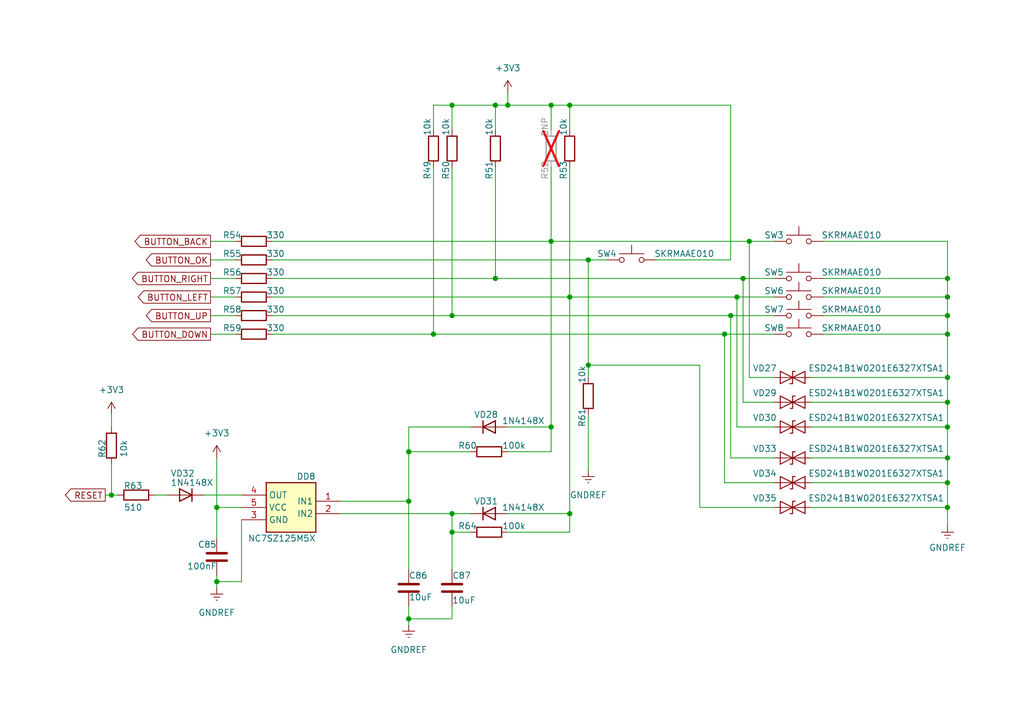
<source format=kicad_sch>
(kicad_sch
	(version 20250114)
	(generator "eeschema")
	(generator_version "9.0")
	(uuid "312c2d6f-6420-47cf-b984-3d20c65dbbda")
	(paper "A5")
	(title_block
		(title "Flipper Device DIY")
		(rev "13.F7B9C6")
		(company "Originally from : Flipper Devices Inc.")
		(comment 1 "DIY Version 1.0")
	)
	(lib_symbols
		(symbol "74xGxx:NC7SZ125M5X"
			(exclude_from_sim no)
			(in_bom yes)
			(on_board yes)
			(property "Reference" "DD8"
				(at -1.27 6.35 0)
				(effects
					(font
						(size 1.27 1.27)
					)
					(justify right)
				)
			)
			(property "Value" "NC7SZ125M5X"
				(at 8.89 -6.35 0)
				(effects
					(font
						(size 1.27 1.27)
					)
					(justify right)
				)
			)
			(property "Footprint" "Package_TO_SOT_SMD:SOT-23-5"
				(at 0 19.05 0)
				(effects
					(font
						(size 1.27 1.27)
					)
					(hide yes)
				)
			)
			(property "Datasheet" "https://www.onsemi.com/pdf/datasheet/nc7sz125-d.pdf"
				(at 0 21.59 0)
				(effects
					(font
						(size 1.27 1.27)
					)
					(hide yes)
				)
			)
			(property "Description" "TinyLogic UHS Buffer with Three-State Output, SOT-23-5"
				(at 0 0 0)
				(effects
					(font
						(size 1.27 1.27)
					)
					(hide yes)
				)
			)
			(property "ki_keywords" "buffer three-state"
				(at 0 0 0)
				(effects
					(font
						(size 1.27 1.27)
					)
					(hide yes)
				)
			)
			(property "ki_fp_filters" "SOT?23*"
				(at 0 0 0)
				(effects
					(font
						(size 1.27 1.27)
					)
					(hide yes)
				)
			)
			(symbol "NC7SZ125M5X_0_1"
				(rectangle
					(start -5.08 -5.08)
					(end 5.08 5.08)
					(stroke
						(width 0.254)
						(type default)
					)
					(fill
						(type background)
					)
				)
			)
			(symbol "NC7SZ125M5X_1_1"
				(pin output line
					(at -10.16 2.54 0)
					(length 5.08)
					(name "OUT"
						(effects
							(font
								(size 1.27 1.27)
							)
						)
					)
					(number "4"
						(effects
							(font
								(size 1.27 1.27)
							)
						)
					)
				)
				(pin power_in line
					(at -10.16 0 0)
					(length 5.08)
					(name "VCC"
						(effects
							(font
								(size 1.27 1.27)
							)
						)
					)
					(number "5"
						(effects
							(font
								(size 1.27 1.27)
							)
						)
					)
				)
				(pin power_in line
					(at -10.16 -2.54 0)
					(length 5.08)
					(name "GND"
						(effects
							(font
								(size 1.27 1.27)
							)
						)
					)
					(number "3"
						(effects
							(font
								(size 1.27 1.27)
							)
						)
					)
				)
				(pin input line
					(at 10.16 1.27 180)
					(length 5.08)
					(name "IN1"
						(effects
							(font
								(size 1.27 1.27)
							)
						)
					)
					(number "1"
						(effects
							(font
								(size 1.27 1.27)
							)
						)
					)
				)
				(pin input line
					(at 10.16 -1.27 180)
					(length 5.08)
					(name "IN2"
						(effects
							(font
								(size 1.27 1.27)
							)
						)
					)
					(number "2"
						(effects
							(font
								(size 1.27 1.27)
							)
						)
					)
				)
			)
			(embedded_fonts no)
		)
		(symbol "Device:C"
			(pin_numbers
				(hide yes)
			)
			(pin_names
				(offset 0.254)
			)
			(exclude_from_sim no)
			(in_bom yes)
			(on_board yes)
			(property "Reference" "C"
				(at 0.635 2.54 0)
				(effects
					(font
						(size 1.27 1.27)
					)
					(justify left)
				)
			)
			(property "Value" "C"
				(at 0.635 -2.54 0)
				(effects
					(font
						(size 1.27 1.27)
					)
					(justify left)
				)
			)
			(property "Footprint" ""
				(at 0.9652 -3.81 0)
				(effects
					(font
						(size 1.27 1.27)
					)
					(hide yes)
				)
			)
			(property "Datasheet" "~"
				(at 0 0 0)
				(effects
					(font
						(size 1.27 1.27)
					)
					(hide yes)
				)
			)
			(property "Description" "Unpolarized capacitor"
				(at 0 0 0)
				(effects
					(font
						(size 1.27 1.27)
					)
					(hide yes)
				)
			)
			(property "ki_keywords" "cap capacitor"
				(at 0 0 0)
				(effects
					(font
						(size 1.27 1.27)
					)
					(hide yes)
				)
			)
			(property "ki_fp_filters" "C_*"
				(at 0 0 0)
				(effects
					(font
						(size 1.27 1.27)
					)
					(hide yes)
				)
			)
			(symbol "C_0_1"
				(polyline
					(pts
						(xy -2.032 0.762) (xy 2.032 0.762)
					)
					(stroke
						(width 0.508)
						(type default)
					)
					(fill
						(type none)
					)
				)
				(polyline
					(pts
						(xy -2.032 -0.762) (xy 2.032 -0.762)
					)
					(stroke
						(width 0.508)
						(type default)
					)
					(fill
						(type none)
					)
				)
			)
			(symbol "C_1_1"
				(pin passive line
					(at 0 3.81 270)
					(length 2.794)
					(name "~"
						(effects
							(font
								(size 1.27 1.27)
							)
						)
					)
					(number "1"
						(effects
							(font
								(size 1.27 1.27)
							)
						)
					)
				)
				(pin passive line
					(at 0 -3.81 90)
					(length 2.794)
					(name "~"
						(effects
							(font
								(size 1.27 1.27)
							)
						)
					)
					(number "2"
						(effects
							(font
								(size 1.27 1.27)
							)
						)
					)
				)
			)
			(embedded_fonts no)
		)
		(symbol "Device:D"
			(pin_numbers
				(hide yes)
			)
			(pin_names
				(offset 1.016)
				(hide yes)
			)
			(exclude_from_sim no)
			(in_bom yes)
			(on_board yes)
			(property "Reference" "D"
				(at 0 2.54 0)
				(effects
					(font
						(size 1.27 1.27)
					)
				)
			)
			(property "Value" "D"
				(at 0 -2.54 0)
				(effects
					(font
						(size 1.27 1.27)
					)
				)
			)
			(property "Footprint" ""
				(at 0 0 0)
				(effects
					(font
						(size 1.27 1.27)
					)
					(hide yes)
				)
			)
			(property "Datasheet" "~"
				(at 0 0 0)
				(effects
					(font
						(size 1.27 1.27)
					)
					(hide yes)
				)
			)
			(property "Description" "Diode"
				(at 0 0 0)
				(effects
					(font
						(size 1.27 1.27)
					)
					(hide yes)
				)
			)
			(property "Sim.Device" "D"
				(at 0 0 0)
				(effects
					(font
						(size 1.27 1.27)
					)
					(hide yes)
				)
			)
			(property "Sim.Pins" "1=K 2=A"
				(at 0 0 0)
				(effects
					(font
						(size 1.27 1.27)
					)
					(hide yes)
				)
			)
			(property "ki_keywords" "diode"
				(at 0 0 0)
				(effects
					(font
						(size 1.27 1.27)
					)
					(hide yes)
				)
			)
			(property "ki_fp_filters" "TO-???* *_Diode_* *SingleDiode* D_*"
				(at 0 0 0)
				(effects
					(font
						(size 1.27 1.27)
					)
					(hide yes)
				)
			)
			(symbol "D_0_1"
				(polyline
					(pts
						(xy -1.27 1.27) (xy -1.27 -1.27)
					)
					(stroke
						(width 0.254)
						(type default)
					)
					(fill
						(type none)
					)
				)
				(polyline
					(pts
						(xy 1.27 1.27) (xy 1.27 -1.27) (xy -1.27 0) (xy 1.27 1.27)
					)
					(stroke
						(width 0.254)
						(type default)
					)
					(fill
						(type none)
					)
				)
				(polyline
					(pts
						(xy 1.27 0) (xy -1.27 0)
					)
					(stroke
						(width 0)
						(type default)
					)
					(fill
						(type none)
					)
				)
			)
			(symbol "D_1_1"
				(pin passive line
					(at -3.81 0 0)
					(length 2.54)
					(name "K"
						(effects
							(font
								(size 1.27 1.27)
							)
						)
					)
					(number "1"
						(effects
							(font
								(size 1.27 1.27)
							)
						)
					)
				)
				(pin passive line
					(at 3.81 0 180)
					(length 2.54)
					(name "A"
						(effects
							(font
								(size 1.27 1.27)
							)
						)
					)
					(number "2"
						(effects
							(font
								(size 1.27 1.27)
							)
						)
					)
				)
			)
			(embedded_fonts no)
		)
		(symbol "Device:R"
			(pin_numbers
				(hide yes)
			)
			(pin_names
				(offset 0)
			)
			(exclude_from_sim no)
			(in_bom yes)
			(on_board yes)
			(property "Reference" "R"
				(at 2.032 0 90)
				(effects
					(font
						(size 1.27 1.27)
					)
				)
			)
			(property "Value" "R"
				(at 0 0 90)
				(effects
					(font
						(size 1.27 1.27)
					)
				)
			)
			(property "Footprint" ""
				(at -1.778 0 90)
				(effects
					(font
						(size 1.27 1.27)
					)
					(hide yes)
				)
			)
			(property "Datasheet" "~"
				(at 0 0 0)
				(effects
					(font
						(size 1.27 1.27)
					)
					(hide yes)
				)
			)
			(property "Description" "Resistor"
				(at 0 0 0)
				(effects
					(font
						(size 1.27 1.27)
					)
					(hide yes)
				)
			)
			(property "ki_keywords" "R res resistor"
				(at 0 0 0)
				(effects
					(font
						(size 1.27 1.27)
					)
					(hide yes)
				)
			)
			(property "ki_fp_filters" "R_*"
				(at 0 0 0)
				(effects
					(font
						(size 1.27 1.27)
					)
					(hide yes)
				)
			)
			(symbol "R_0_1"
				(rectangle
					(start -1.016 -2.54)
					(end 1.016 2.54)
					(stroke
						(width 0.254)
						(type default)
					)
					(fill
						(type none)
					)
				)
			)
			(symbol "R_1_1"
				(pin passive line
					(at 0 3.81 270)
					(length 1.27)
					(name "~"
						(effects
							(font
								(size 1.27 1.27)
							)
						)
					)
					(number "1"
						(effects
							(font
								(size 1.27 1.27)
							)
						)
					)
				)
				(pin passive line
					(at 0 -3.81 90)
					(length 1.27)
					(name "~"
						(effects
							(font
								(size 1.27 1.27)
							)
						)
					)
					(number "2"
						(effects
							(font
								(size 1.27 1.27)
							)
						)
					)
				)
			)
			(embedded_fonts no)
		)
		(symbol "Diode:SZESD9B5.0ST5G"
			(pin_numbers
				(hide yes)
			)
			(pin_names
				(offset 1.016)
				(hide yes)
			)
			(exclude_from_sim no)
			(in_bom yes)
			(on_board yes)
			(property "Reference" "D"
				(at 0 2.54 0)
				(effects
					(font
						(size 1.27 1.27)
					)
				)
			)
			(property "Value" "SZESD9B5.0ST5G"
				(at 0 -2.54 0)
				(effects
					(font
						(size 1.27 1.27)
					)
				)
			)
			(property "Footprint" "Diode_SMD:D_SOD-923"
				(at 0 0 0)
				(effects
					(font
						(size 1.27 1.27)
					)
					(hide yes)
				)
			)
			(property "Datasheet" "https://www.onsemi.com/pub/Collateral/ESD9B-D.PDF"
				(at 0 0 0)
				(effects
					(font
						(size 1.27 1.27)
					)
					(hide yes)
				)
			)
			(property "Description" "ESD protection diode, 5.0Vrwm, SOD-923"
				(at 0 0 0)
				(effects
					(font
						(size 1.27 1.27)
					)
					(hide yes)
				)
			)
			(property "ki_keywords" "diode TVS ESD"
				(at 0 0 0)
				(effects
					(font
						(size 1.27 1.27)
					)
					(hide yes)
				)
			)
			(property "ki_fp_filters" "D*SOD?923*"
				(at 0 0 0)
				(effects
					(font
						(size 1.27 1.27)
					)
					(hide yes)
				)
			)
			(symbol "SZESD9B5.0ST5G_0_1"
				(polyline
					(pts
						(xy -2.54 -1.27) (xy 0 0) (xy -2.54 1.27) (xy -2.54 -1.27)
					)
					(stroke
						(width 0.2032)
						(type default)
					)
					(fill
						(type none)
					)
				)
				(polyline
					(pts
						(xy 0.508 1.27) (xy 0 1.27) (xy 0 -1.27) (xy -0.508 -1.27)
					)
					(stroke
						(width 0.2032)
						(type default)
					)
					(fill
						(type none)
					)
				)
				(polyline
					(pts
						(xy 1.27 0) (xy -1.27 0)
					)
					(stroke
						(width 0)
						(type default)
					)
					(fill
						(type none)
					)
				)
				(polyline
					(pts
						(xy 2.54 1.27) (xy 2.54 -1.27) (xy 0 0) (xy 2.54 1.27)
					)
					(stroke
						(width 0.2032)
						(type default)
					)
					(fill
						(type none)
					)
				)
			)
			(symbol "SZESD9B5.0ST5G_1_1"
				(pin passive line
					(at -3.81 0 0)
					(length 2.54)
					(name "A1"
						(effects
							(font
								(size 1.27 1.27)
							)
						)
					)
					(number "1"
						(effects
							(font
								(size 1.27 1.27)
							)
						)
					)
				)
				(pin passive line
					(at 3.81 0 180)
					(length 2.54)
					(name "A2"
						(effects
							(font
								(size 1.27 1.27)
							)
						)
					)
					(number "2"
						(effects
							(font
								(size 1.27 1.27)
							)
						)
					)
				)
			)
			(embedded_fonts no)
		)
		(symbol "Switch:SW_Push"
			(pin_numbers
				(hide yes)
			)
			(pin_names
				(offset 1.016)
				(hide yes)
			)
			(exclude_from_sim no)
			(in_bom yes)
			(on_board yes)
			(property "Reference" "SW"
				(at 1.27 2.54 0)
				(effects
					(font
						(size 1.27 1.27)
					)
					(justify left)
				)
			)
			(property "Value" "SW_Push"
				(at 0 -1.524 0)
				(effects
					(font
						(size 1.27 1.27)
					)
				)
			)
			(property "Footprint" ""
				(at 0 5.08 0)
				(effects
					(font
						(size 1.27 1.27)
					)
					(hide yes)
				)
			)
			(property "Datasheet" "~"
				(at 0 5.08 0)
				(effects
					(font
						(size 1.27 1.27)
					)
					(hide yes)
				)
			)
			(property "Description" "Push button switch, generic, two pins"
				(at 0 0 0)
				(effects
					(font
						(size 1.27 1.27)
					)
					(hide yes)
				)
			)
			(property "ki_keywords" "switch normally-open pushbutton push-button"
				(at 0 0 0)
				(effects
					(font
						(size 1.27 1.27)
					)
					(hide yes)
				)
			)
			(symbol "SW_Push_0_1"
				(circle
					(center -2.032 0)
					(radius 0.508)
					(stroke
						(width 0)
						(type default)
					)
					(fill
						(type none)
					)
				)
				(polyline
					(pts
						(xy 0 1.27) (xy 0 3.048)
					)
					(stroke
						(width 0)
						(type default)
					)
					(fill
						(type none)
					)
				)
				(circle
					(center 2.032 0)
					(radius 0.508)
					(stroke
						(width 0)
						(type default)
					)
					(fill
						(type none)
					)
				)
				(polyline
					(pts
						(xy 2.54 1.27) (xy -2.54 1.27)
					)
					(stroke
						(width 0)
						(type default)
					)
					(fill
						(type none)
					)
				)
				(pin passive line
					(at -5.08 0 0)
					(length 2.54)
					(name "1"
						(effects
							(font
								(size 1.27 1.27)
							)
						)
					)
					(number "1"
						(effects
							(font
								(size 1.27 1.27)
							)
						)
					)
				)
				(pin passive line
					(at 5.08 0 180)
					(length 2.54)
					(name "2"
						(effects
							(font
								(size 1.27 1.27)
							)
						)
					)
					(number "2"
						(effects
							(font
								(size 1.27 1.27)
							)
						)
					)
				)
			)
			(embedded_fonts no)
		)
		(symbol "power:+3V3"
			(power)
			(pin_names
				(offset 0)
			)
			(exclude_from_sim no)
			(in_bom yes)
			(on_board yes)
			(property "Reference" "#PWR"
				(at 0 -3.81 0)
				(effects
					(font
						(size 1.27 1.27)
					)
					(hide yes)
				)
			)
			(property "Value" "+3V3"
				(at 0 3.556 0)
				(effects
					(font
						(size 1.27 1.27)
					)
				)
			)
			(property "Footprint" ""
				(at 0 0 0)
				(effects
					(font
						(size 1.27 1.27)
					)
					(hide yes)
				)
			)
			(property "Datasheet" ""
				(at 0 0 0)
				(effects
					(font
						(size 1.27 1.27)
					)
					(hide yes)
				)
			)
			(property "Description" "Power symbol creates a global label with name \"+3V3\""
				(at 0 0 0)
				(effects
					(font
						(size 1.27 1.27)
					)
					(hide yes)
				)
			)
			(property "ki_keywords" "global power"
				(at 0 0 0)
				(effects
					(font
						(size 1.27 1.27)
					)
					(hide yes)
				)
			)
			(symbol "+3V3_0_1"
				(polyline
					(pts
						(xy -0.762 1.27) (xy 0 2.54)
					)
					(stroke
						(width 0)
						(type default)
					)
					(fill
						(type none)
					)
				)
				(polyline
					(pts
						(xy 0 2.54) (xy 0.762 1.27)
					)
					(stroke
						(width 0)
						(type default)
					)
					(fill
						(type none)
					)
				)
				(polyline
					(pts
						(xy 0 0) (xy 0 2.54)
					)
					(stroke
						(width 0)
						(type default)
					)
					(fill
						(type none)
					)
				)
			)
			(symbol "+3V3_1_1"
				(pin power_in line
					(at 0 0 90)
					(length 0)
					(hide yes)
					(name "+3V3"
						(effects
							(font
								(size 1.27 1.27)
							)
						)
					)
					(number "1"
						(effects
							(font
								(size 1.27 1.27)
							)
						)
					)
				)
			)
			(embedded_fonts no)
		)
		(symbol "power:GNDREF"
			(power)
			(pin_names
				(offset 0)
			)
			(exclude_from_sim no)
			(in_bom yes)
			(on_board yes)
			(property "Reference" "#PWR"
				(at 0 -6.35 0)
				(effects
					(font
						(size 1.27 1.27)
					)
					(hide yes)
				)
			)
			(property "Value" "GNDREF"
				(at 0 -3.81 0)
				(effects
					(font
						(size 1.27 1.27)
					)
				)
			)
			(property "Footprint" ""
				(at 0 0 0)
				(effects
					(font
						(size 1.27 1.27)
					)
					(hide yes)
				)
			)
			(property "Datasheet" ""
				(at 0 0 0)
				(effects
					(font
						(size 1.27 1.27)
					)
					(hide yes)
				)
			)
			(property "Description" "Power symbol creates a global label with name \"GNDREF\" , reference supply ground"
				(at 0 0 0)
				(effects
					(font
						(size 1.27 1.27)
					)
					(hide yes)
				)
			)
			(property "ki_keywords" "global power"
				(at 0 0 0)
				(effects
					(font
						(size 1.27 1.27)
					)
					(hide yes)
				)
			)
			(symbol "GNDREF_0_1"
				(polyline
					(pts
						(xy -0.635 -1.905) (xy 0.635 -1.905)
					)
					(stroke
						(width 0)
						(type default)
					)
					(fill
						(type none)
					)
				)
				(polyline
					(pts
						(xy -0.127 -2.54) (xy 0.127 -2.54)
					)
					(stroke
						(width 0)
						(type default)
					)
					(fill
						(type none)
					)
				)
				(polyline
					(pts
						(xy 0 -1.27) (xy 0 0)
					)
					(stroke
						(width 0)
						(type default)
					)
					(fill
						(type none)
					)
				)
				(polyline
					(pts
						(xy 1.27 -1.27) (xy -1.27 -1.27)
					)
					(stroke
						(width 0)
						(type default)
					)
					(fill
						(type none)
					)
				)
			)
			(symbol "GNDREF_1_1"
				(pin power_in line
					(at 0 0 270)
					(length 0)
					(hide yes)
					(name "GNDREF"
						(effects
							(font
								(size 1.27 1.27)
							)
						)
					)
					(number "1"
						(effects
							(font
								(size 1.27 1.27)
							)
						)
					)
				)
			)
			(embedded_fonts no)
		)
	)
	(junction
		(at 149.86 64.77)
		(diameter 0)
		(color 0 0 0 0)
		(uuid "0625e933-f474-4efb-9260-360fefa668ab")
	)
	(junction
		(at 194.31 57.15)
		(diameter 0)
		(color 0 0 0 0)
		(uuid "0996fd9f-bea3-4d3e-8dd7-0c76e8f37324")
	)
	(junction
		(at 83.82 102.87)
		(diameter 0)
		(color 0 0 0 0)
		(uuid "0ba5d396-c711-413a-bca7-e42d619f80c9")
	)
	(junction
		(at 113.03 87.63)
		(diameter 0)
		(color 0 0 0 0)
		(uuid "1cbb12f2-e016-43b3-8115-3bc0ab8d12a3")
	)
	(junction
		(at 104.14 21.59)
		(diameter 0)
		(color 0 0 0 0)
		(uuid "206a89f9-c3b7-4b51-bb1c-52fdcc406775")
	)
	(junction
		(at 113.03 49.53)
		(diameter 0)
		(color 0 0 0 0)
		(uuid "29deb3b7-b21f-4640-b011-36342fffd7c3")
	)
	(junction
		(at 92.71 21.59)
		(diameter 0)
		(color 0 0 0 0)
		(uuid "3c892876-773a-4826-9076-662718cd0214")
	)
	(junction
		(at 194.31 104.14)
		(diameter 0)
		(color 0 0 0 0)
		(uuid "51fbddae-387c-4075-b859-1aa3b38b5ffc")
	)
	(junction
		(at 116.84 60.96)
		(diameter 0)
		(color 0 0 0 0)
		(uuid "52ea992d-dedb-4cf5-903b-03096259f996")
	)
	(junction
		(at 194.31 93.98)
		(diameter 0)
		(color 0 0 0 0)
		(uuid "53b227a6-70d6-4dac-878b-728ecbf94f43")
	)
	(junction
		(at 92.71 109.22)
		(diameter 0)
		(color 0 0 0 0)
		(uuid "5e4b925f-fbf6-4c39-a53b-ce3696186d7d")
	)
	(junction
		(at 92.71 105.41)
		(diameter 0)
		(color 0 0 0 0)
		(uuid "5e929d86-70b9-4788-bd4e-8c9e6f67d358")
	)
	(junction
		(at 120.65 74.93)
		(diameter 0)
		(color 0 0 0 0)
		(uuid "62ffeb24-745b-4f6f-9e69-b7d78c7a826c")
	)
	(junction
		(at 194.31 64.77)
		(diameter 0)
		(color 0 0 0 0)
		(uuid "6534c093-5eaf-4502-864e-870b4bca39f6")
	)
	(junction
		(at 101.6 57.15)
		(diameter 0)
		(color 0 0 0 0)
		(uuid "66bda345-8d60-4ed7-9eb8-5268cbff8be0")
	)
	(junction
		(at 194.31 77.47)
		(diameter 0)
		(color 0 0 0 0)
		(uuid "698ea0b9-0586-4b2b-8f67-2d8d5de82d37")
	)
	(junction
		(at 88.9 68.58)
		(diameter 0)
		(color 0 0 0 0)
		(uuid "6a3685c4-65f3-46c1-9808-6fc66f61aece")
	)
	(junction
		(at 120.65 53.34)
		(diameter 0)
		(color 0 0 0 0)
		(uuid "74a2aa26-61f2-4265-bf3c-33b87d701d7a")
	)
	(junction
		(at 44.45 104.14)
		(diameter 0)
		(color 0 0 0 0)
		(uuid "78893986-cf8b-4702-8693-0d773a9be75c")
	)
	(junction
		(at 194.31 87.63)
		(diameter 0)
		(color 0 0 0 0)
		(uuid "7c885167-9134-43ac-bd36-fededc10aa22")
	)
	(junction
		(at 194.31 68.58)
		(diameter 0)
		(color 0 0 0 0)
		(uuid "7e1b64b9-f8e4-4400-9df7-e945cd5aa186")
	)
	(junction
		(at 22.86 101.6)
		(diameter 0)
		(color 0 0 0 0)
		(uuid "84f6b48c-3fb9-43d2-b02d-0925f7e51a71")
	)
	(junction
		(at 113.03 21.59)
		(diameter 0)
		(color 0 0 0 0)
		(uuid "90c99c6e-dc6e-41b1-b975-4c3db5317cdd")
	)
	(junction
		(at 116.84 21.59)
		(diameter 0)
		(color 0 0 0 0)
		(uuid "9b25121e-1fdc-4264-b417-c9dfdd834145")
	)
	(junction
		(at 83.82 127)
		(diameter 0)
		(color 0 0 0 0)
		(uuid "a12a2a3d-7bb1-4cf2-b2c6-ba6ee4594d88")
	)
	(junction
		(at 44.45 119.38)
		(diameter 0)
		(color 0 0 0 0)
		(uuid "a3366d39-5781-492f-a73b-2ccff78e6cae")
	)
	(junction
		(at 148.59 68.58)
		(diameter 0)
		(color 0 0 0 0)
		(uuid "ad25d726-d0a7-4e33-b5d3-38b4deaa548b")
	)
	(junction
		(at 151.13 60.96)
		(diameter 0)
		(color 0 0 0 0)
		(uuid "c1d3ec93-f7e2-486d-9dfb-c42f21eb956a")
	)
	(junction
		(at 194.31 99.06)
		(diameter 0)
		(color 0 0 0 0)
		(uuid "c3fd33df-c0a8-4bbd-9b1f-0bdd2ec7e736")
	)
	(junction
		(at 152.4 57.15)
		(diameter 0)
		(color 0 0 0 0)
		(uuid "c827ff4c-e269-4ad1-9715-e12932ac7660")
	)
	(junction
		(at 101.6 21.59)
		(diameter 0)
		(color 0 0 0 0)
		(uuid "caef36f3-197f-4aac-92e1-0d26e13c392d")
	)
	(junction
		(at 194.31 60.96)
		(diameter 0)
		(color 0 0 0 0)
		(uuid "d5276fa3-2388-4486-b4a9-51954472503d")
	)
	(junction
		(at 194.31 82.55)
		(diameter 0)
		(color 0 0 0 0)
		(uuid "e3a022da-8e44-48ea-95ba-642f5a06e739")
	)
	(junction
		(at 92.71 64.77)
		(diameter 0)
		(color 0 0 0 0)
		(uuid "e6c1bd82-e822-402d-9012-f1815ce2bc3d")
	)
	(junction
		(at 153.67 49.53)
		(diameter 0)
		(color 0 0 0 0)
		(uuid "e9749993-7d87-448b-8651-d18af3343679")
	)
	(junction
		(at 83.82 92.71)
		(diameter 0)
		(color 0 0 0 0)
		(uuid "fa4e0972-e9dc-414f-9c96-790a346b943b")
	)
	(junction
		(at 116.84 105.41)
		(diameter 0)
		(color 0 0 0 0)
		(uuid "fe2f1fb9-4e97-4a1c-b145-8588138caac7")
	)
	(wire
		(pts
			(xy 55.88 60.96) (xy 116.84 60.96)
		)
		(stroke
			(width 0)
			(type default)
		)
		(uuid "007047de-9b72-448a-83db-97c4a915221a")
	)
	(wire
		(pts
			(xy 83.82 87.63) (xy 83.82 92.71)
		)
		(stroke
			(width 0)
			(type default)
		)
		(uuid "00a7cc39-ded8-4342-956c-7f881d9fa4c1")
	)
	(wire
		(pts
			(xy 116.84 109.22) (xy 104.14 109.22)
		)
		(stroke
			(width 0)
			(type default)
		)
		(uuid "04f7c6c4-33da-4fac-b014-d08a7c5a63f4")
	)
	(wire
		(pts
			(xy 44.45 118.11) (xy 44.45 119.38)
		)
		(stroke
			(width 0)
			(type default)
		)
		(uuid "060db5a3-ea08-468a-b3d4-b16191c4412c")
	)
	(wire
		(pts
			(xy 92.71 105.41) (xy 69.85 105.41)
		)
		(stroke
			(width 0)
			(type default)
		)
		(uuid "063ebbf6-3df5-4849-9a54-316b432e171b")
	)
	(wire
		(pts
			(xy 166.37 87.63) (xy 194.31 87.63)
		)
		(stroke
			(width 0)
			(type default)
		)
		(uuid "074926af-a10e-4ce4-a9c8-a6707be61b75")
	)
	(wire
		(pts
			(xy 166.37 93.98) (xy 194.31 93.98)
		)
		(stroke
			(width 0)
			(type default)
		)
		(uuid "096c9d33-6260-446b-b7f3-05390afe789c")
	)
	(wire
		(pts
			(xy 43.18 57.15) (xy 48.26 57.15)
		)
		(stroke
			(width 0)
			(type default)
		)
		(uuid "0a446e56-9a38-459a-b0ad-85c702d173d9")
	)
	(wire
		(pts
			(xy 116.84 60.96) (xy 116.84 105.41)
		)
		(stroke
			(width 0)
			(type default)
		)
		(uuid "0ad2e49e-27a1-410e-a032-e72f8cb4d877")
	)
	(wire
		(pts
			(xy 104.14 92.71) (xy 113.03 92.71)
		)
		(stroke
			(width 0)
			(type default)
		)
		(uuid "0ae9567b-7df0-43d0-b628-4a1b5124d094")
	)
	(wire
		(pts
			(xy 149.86 53.34) (xy 149.86 21.59)
		)
		(stroke
			(width 0)
			(type default)
		)
		(uuid "0b932037-922c-4bc7-a22e-b0bc628b3fa9")
	)
	(wire
		(pts
			(xy 55.88 57.15) (xy 101.6 57.15)
		)
		(stroke
			(width 0)
			(type default)
		)
		(uuid "0c630082-ae3f-47c0-8e41-8ae9a1e659f3")
	)
	(wire
		(pts
			(xy 120.65 74.93) (xy 120.65 77.47)
		)
		(stroke
			(width 0)
			(type default)
		)
		(uuid "0ebf5e6e-17d1-468c-96a0-46f3f824b7d6")
	)
	(wire
		(pts
			(xy 113.03 49.53) (xy 153.67 49.53)
		)
		(stroke
			(width 0)
			(type default)
		)
		(uuid "120f323f-0d52-4270-8a1a-ac9a03267786")
	)
	(wire
		(pts
			(xy 166.37 104.14) (xy 194.31 104.14)
		)
		(stroke
			(width 0)
			(type default)
		)
		(uuid "155bec93-9303-4a93-a313-cb4be789a5f9")
	)
	(wire
		(pts
			(xy 92.71 109.22) (xy 92.71 116.84)
		)
		(stroke
			(width 0)
			(type default)
		)
		(uuid "15d77f78-9572-48c5-8e9c-b6ddff830715")
	)
	(wire
		(pts
			(xy 168.91 49.53) (xy 194.31 49.53)
		)
		(stroke
			(width 0)
			(type default)
		)
		(uuid "1cfc5ec1-7c92-4383-a06b-a4536cfa2cb6")
	)
	(wire
		(pts
			(xy 22.86 101.6) (xy 24.13 101.6)
		)
		(stroke
			(width 0)
			(type default)
		)
		(uuid "1d5740d5-4b64-40a8-8038-42c2b197b5e3")
	)
	(wire
		(pts
			(xy 55.88 64.77) (xy 92.71 64.77)
		)
		(stroke
			(width 0)
			(type default)
		)
		(uuid "1dd65b1f-5931-4a50-83ad-516fbf0104a2")
	)
	(wire
		(pts
			(xy 83.82 87.63) (xy 96.52 87.63)
		)
		(stroke
			(width 0)
			(type default)
		)
		(uuid "21a2d91a-bbde-4711-bcc0-61871b42ffdb")
	)
	(wire
		(pts
			(xy 101.6 57.15) (xy 152.4 57.15)
		)
		(stroke
			(width 0)
			(type default)
		)
		(uuid "21c878a1-f4a9-4ed4-8b02-42de3ea7e7c4")
	)
	(wire
		(pts
			(xy 92.71 34.29) (xy 92.71 64.77)
		)
		(stroke
			(width 0)
			(type default)
		)
		(uuid "2c9c5b8e-30b3-474f-8068-89e6e440d350")
	)
	(wire
		(pts
			(xy 92.71 105.41) (xy 96.52 105.41)
		)
		(stroke
			(width 0)
			(type default)
		)
		(uuid "2e52f133-fb7b-48f6-889f-9ddc697c2672")
	)
	(wire
		(pts
			(xy 116.84 21.59) (xy 149.86 21.59)
		)
		(stroke
			(width 0)
			(type default)
		)
		(uuid "32274cbf-fe54-4616-9455-d5a7056ea171")
	)
	(wire
		(pts
			(xy 43.18 68.58) (xy 48.26 68.58)
		)
		(stroke
			(width 0)
			(type default)
		)
		(uuid "33071498-8f1d-423b-a902-f6e98e800099")
	)
	(wire
		(pts
			(xy 92.71 64.77) (xy 149.86 64.77)
		)
		(stroke
			(width 0)
			(type default)
		)
		(uuid "333a49a6-53ee-4523-b621-451268d71b6c")
	)
	(wire
		(pts
			(xy 153.67 77.47) (xy 153.67 49.53)
		)
		(stroke
			(width 0)
			(type default)
		)
		(uuid "33746907-ebab-4a30-b30f-4bc2dd4a85a9")
	)
	(wire
		(pts
			(xy 113.03 87.63) (xy 113.03 92.71)
		)
		(stroke
			(width 0)
			(type default)
		)
		(uuid "33be3307-898f-4432-b87c-47f2d0245e97")
	)
	(wire
		(pts
			(xy 168.91 57.15) (xy 194.31 57.15)
		)
		(stroke
			(width 0)
			(type default)
		)
		(uuid "376722d7-4301-41c7-b586-f156b41de3dc")
	)
	(wire
		(pts
			(xy 88.9 26.67) (xy 88.9 21.59)
		)
		(stroke
			(width 0)
			(type default)
		)
		(uuid "38dd8496-8578-4b70-89e1-7b1a096d7b6e")
	)
	(wire
		(pts
			(xy 83.82 124.46) (xy 83.82 127)
		)
		(stroke
			(width 0)
			(type default)
		)
		(uuid "38eb3db0-cee5-4021-8a5a-f1250c823ed3")
	)
	(wire
		(pts
			(xy 116.84 34.29) (xy 116.84 60.96)
		)
		(stroke
			(width 0)
			(type default)
		)
		(uuid "3902db5e-2569-4770-892e-c11583e162de")
	)
	(wire
		(pts
			(xy 49.53 106.68) (xy 49.53 119.38)
		)
		(stroke
			(width 0)
			(type default)
		)
		(uuid "39b7e020-fec9-494c-8056-2e12524822db")
	)
	(wire
		(pts
			(xy 143.51 74.93) (xy 120.65 74.93)
		)
		(stroke
			(width 0)
			(type default)
		)
		(uuid "3abda02b-8da7-4ca7-bc85-9b3e81e2cf5f")
	)
	(wire
		(pts
			(xy 41.91 101.6) (xy 49.53 101.6)
		)
		(stroke
			(width 0)
			(type default)
		)
		(uuid "3e76f30e-da35-4fd5-b977-1583180daf8a")
	)
	(wire
		(pts
			(xy 149.86 64.77) (xy 158.75 64.77)
		)
		(stroke
			(width 0)
			(type default)
		)
		(uuid "3f3c10e7-3239-4222-8f43-366e1bfb72de")
	)
	(wire
		(pts
			(xy 83.82 92.71) (xy 96.52 92.71)
		)
		(stroke
			(width 0)
			(type default)
		)
		(uuid "4266627d-7883-4f04-9a7d-1227fe0fcc35")
	)
	(wire
		(pts
			(xy 83.82 92.71) (xy 83.82 102.87)
		)
		(stroke
			(width 0)
			(type default)
		)
		(uuid "429ca8fc-77cd-48b9-aabd-efd1c6cbd537")
	)
	(wire
		(pts
			(xy 194.31 60.96) (xy 194.31 64.77)
		)
		(stroke
			(width 0)
			(type default)
		)
		(uuid "4490dc14-7665-461a-8a47-97c1cae2c44c")
	)
	(wire
		(pts
			(xy 168.91 68.58) (xy 194.31 68.58)
		)
		(stroke
			(width 0)
			(type default)
		)
		(uuid "44b09f55-d16f-4be8-8e19-7ef10755b8d4")
	)
	(wire
		(pts
			(xy 101.6 21.59) (xy 104.14 21.59)
		)
		(stroke
			(width 0)
			(type default)
		)
		(uuid "45af758f-a37e-400d-8c9e-b956c30f5e46")
	)
	(wire
		(pts
			(xy 43.18 53.34) (xy 48.26 53.34)
		)
		(stroke
			(width 0)
			(type default)
		)
		(uuid "460927e2-ea31-4c1b-89c9-61d550c039eb")
	)
	(wire
		(pts
			(xy 194.31 49.53) (xy 194.31 57.15)
		)
		(stroke
			(width 0)
			(type default)
		)
		(uuid "48604ac1-7596-4a40-aa0e-bf949a6bc7d7")
	)
	(wire
		(pts
			(xy 116.84 60.96) (xy 151.13 60.96)
		)
		(stroke
			(width 0)
			(type default)
		)
		(uuid "4a25456b-c552-4e47-9fc5-e6dae140d3bc")
	)
	(wire
		(pts
			(xy 104.14 21.59) (xy 104.14 19.05)
		)
		(stroke
			(width 0)
			(type default)
		)
		(uuid "4beb52d3-4534-49cd-b4e1-17e49c62776b")
	)
	(wire
		(pts
			(xy 152.4 57.15) (xy 158.75 57.15)
		)
		(stroke
			(width 0)
			(type default)
		)
		(uuid "4c06ba02-190b-4ded-a9db-227a210a7ed7")
	)
	(wire
		(pts
			(xy 149.86 64.77) (xy 149.86 93.98)
		)
		(stroke
			(width 0)
			(type default)
		)
		(uuid "50c5bbd9-6993-40e0-9736-9e5601332226")
	)
	(wire
		(pts
			(xy 158.75 93.98) (xy 149.86 93.98)
		)
		(stroke
			(width 0)
			(type default)
		)
		(uuid "533850c2-18c2-4e3a-9aff-8ba9276d60d5")
	)
	(wire
		(pts
			(xy 88.9 68.58) (xy 148.59 68.58)
		)
		(stroke
			(width 0)
			(type default)
		)
		(uuid "598d70db-9e10-4e77-a113-bac173fe437e")
	)
	(wire
		(pts
			(xy 152.4 82.55) (xy 152.4 57.15)
		)
		(stroke
			(width 0)
			(type default)
		)
		(uuid "5a08a576-430d-460e-8d86-60ed8d1d0fb3")
	)
	(wire
		(pts
			(xy 49.53 119.38) (xy 44.45 119.38)
		)
		(stroke
			(width 0)
			(type default)
		)
		(uuid "5cb7bf82-a12e-4c38-8d0b-acd13c54c4e1")
	)
	(wire
		(pts
			(xy 194.31 99.06) (xy 194.31 104.14)
		)
		(stroke
			(width 0)
			(type default)
		)
		(uuid "5edb7e7e-940d-459b-9c44-bf31f3c328aa")
	)
	(wire
		(pts
			(xy 151.13 60.96) (xy 151.13 87.63)
		)
		(stroke
			(width 0)
			(type default)
		)
		(uuid "6057b83f-ddf4-40b4-bf43-2461bb9a92d5")
	)
	(wire
		(pts
			(xy 22.86 85.09) (xy 22.86 87.63)
		)
		(stroke
			(width 0)
			(type default)
		)
		(uuid "6173d8ac-ea5c-4af7-b197-4f167f79349d")
	)
	(wire
		(pts
			(xy 22.86 95.25) (xy 22.86 101.6)
		)
		(stroke
			(width 0)
			(type default)
		)
		(uuid "6280d4ff-6c2d-4ac6-b1b4-993cc79213aa")
	)
	(wire
		(pts
			(xy 92.71 26.67) (xy 92.71 21.59)
		)
		(stroke
			(width 0)
			(type default)
		)
		(uuid "644a71ca-b69f-4ff5-946a-42b8def054ac")
	)
	(wire
		(pts
			(xy 113.03 21.59) (xy 116.84 21.59)
		)
		(stroke
			(width 0)
			(type default)
		)
		(uuid "68d67ad1-0f9b-4844-b11e-ae088e1da6da")
	)
	(wire
		(pts
			(xy 120.65 85.09) (xy 120.65 96.52)
		)
		(stroke
			(width 0)
			(type default)
		)
		(uuid "698f1984-0205-40f4-a70d-d24104630b15")
	)
	(wire
		(pts
			(xy 151.13 60.96) (xy 158.75 60.96)
		)
		(stroke
			(width 0)
			(type default)
		)
		(uuid "6b5801b7-a31a-4c1d-a03e-e06ab5144a87")
	)
	(wire
		(pts
			(xy 43.18 60.96) (xy 48.26 60.96)
		)
		(stroke
			(width 0)
			(type default)
		)
		(uuid "6be2d3fe-1c56-4190-9ad7-6a73da001ce2")
	)
	(wire
		(pts
			(xy 113.03 21.59) (xy 113.03 26.67)
		)
		(stroke
			(width 0)
			(type default)
		)
		(uuid "7415c969-ab68-4da2-b0b1-9db93c44ef2e")
	)
	(wire
		(pts
			(xy 31.75 101.6) (xy 34.29 101.6)
		)
		(stroke
			(width 0)
			(type default)
		)
		(uuid "76657c5a-bc89-44cf-ae3d-98d2caeaeb58")
	)
	(wire
		(pts
			(xy 158.75 99.06) (xy 148.59 99.06)
		)
		(stroke
			(width 0)
			(type default)
		)
		(uuid "7ce7ffd9-e1ac-4891-95b8-fdf7f7fe5689")
	)
	(wire
		(pts
			(xy 92.71 127) (xy 92.71 124.46)
		)
		(stroke
			(width 0)
			(type default)
		)
		(uuid "7d276ce8-4bd2-4aa2-bc49-8ec32b819fca")
	)
	(wire
		(pts
			(xy 168.91 60.96) (xy 194.31 60.96)
		)
		(stroke
			(width 0)
			(type default)
		)
		(uuid "86cf9724-cfa8-425d-8f57-aefe77593d5f")
	)
	(wire
		(pts
			(xy 148.59 68.58) (xy 158.75 68.58)
		)
		(stroke
			(width 0)
			(type default)
		)
		(uuid "87f0c93e-db41-4ea3-80f9-433198af7c16")
	)
	(wire
		(pts
			(xy 194.31 82.55) (xy 194.31 87.63)
		)
		(stroke
			(width 0)
			(type default)
		)
		(uuid "8841c7de-0451-483f-aced-1647198c139a")
	)
	(wire
		(pts
			(xy 153.67 49.53) (xy 158.75 49.53)
		)
		(stroke
			(width 0)
			(type default)
		)
		(uuid "8b63a5c1-8912-41d3-a720-3ec8fa0de933")
	)
	(wire
		(pts
			(xy 194.31 104.14) (xy 194.31 107.95)
		)
		(stroke
			(width 0)
			(type default)
		)
		(uuid "8dc6804d-a145-4e2e-b110-394bc3acd236")
	)
	(wire
		(pts
			(xy 104.14 87.63) (xy 113.03 87.63)
		)
		(stroke
			(width 0)
			(type default)
		)
		(uuid "90514559-c512-4f28-bbc7-7525002d9de7")
	)
	(wire
		(pts
			(xy 113.03 21.59) (xy 104.14 21.59)
		)
		(stroke
			(width 0)
			(type default)
		)
		(uuid "94164d30-1c9a-47a8-9856-caf883fff38f")
	)
	(wire
		(pts
			(xy 83.82 102.87) (xy 83.82 116.84)
		)
		(stroke
			(width 0)
			(type default)
		)
		(uuid "94985a56-21d3-4f3c-9973-3d4ac5bd9e2c")
	)
	(wire
		(pts
			(xy 113.03 49.53) (xy 113.03 87.63)
		)
		(stroke
			(width 0)
			(type default)
		)
		(uuid "96bbec09-a394-4c9e-9ba6-a5ca46dcaa58")
	)
	(wire
		(pts
			(xy 88.9 34.29) (xy 88.9 68.58)
		)
		(stroke
			(width 0)
			(type default)
		)
		(uuid "99de5706-6e09-459a-b253-d29fba40264f")
	)
	(wire
		(pts
			(xy 88.9 21.59) (xy 92.71 21.59)
		)
		(stroke
			(width 0)
			(type default)
		)
		(uuid "9cd7cd01-608a-41dd-a66a-5cd3ff761cd0")
	)
	(wire
		(pts
			(xy 55.88 49.53) (xy 113.03 49.53)
		)
		(stroke
			(width 0)
			(type default)
		)
		(uuid "9e1d78c2-ca82-4cee-aea0-3f4abf405de8")
	)
	(wire
		(pts
			(xy 168.91 64.77) (xy 194.31 64.77)
		)
		(stroke
			(width 0)
			(type default)
		)
		(uuid "a104e6a0-a42d-429e-85e9-7d1027976fbe")
	)
	(wire
		(pts
			(xy 55.88 53.34) (xy 120.65 53.34)
		)
		(stroke
			(width 0)
			(type default)
		)
		(uuid "a239d1ca-cee2-445c-b138-b695557facf9")
	)
	(wire
		(pts
			(xy 44.45 104.14) (xy 44.45 93.98)
		)
		(stroke
			(width 0)
			(type default)
		)
		(uuid "a2c543c9-0abc-44f4-b923-0085f378a3fd")
	)
	(wire
		(pts
			(xy 194.31 93.98) (xy 194.31 99.06)
		)
		(stroke
			(width 0)
			(type default)
		)
		(uuid "a6dd03b4-e0c4-47d8-b369-7074b5b8722d")
	)
	(wire
		(pts
			(xy 143.51 104.14) (xy 143.51 74.93)
		)
		(stroke
			(width 0)
			(type default)
		)
		(uuid "a9505d5d-5e07-40eb-a478-152c10c2a44b")
	)
	(wire
		(pts
			(xy 194.31 87.63) (xy 194.31 93.98)
		)
		(stroke
			(width 0)
			(type default)
		)
		(uuid "a963594c-8a6b-4a24-92df-ab9248f8d66b")
	)
	(wire
		(pts
			(xy 116.84 26.67) (xy 116.84 21.59)
		)
		(stroke
			(width 0)
			(type default)
		)
		(uuid "af457549-53ea-497d-8fa8-3c8e8e89b5b2")
	)
	(wire
		(pts
			(xy 43.18 64.77) (xy 48.26 64.77)
		)
		(stroke
			(width 0)
			(type default)
		)
		(uuid "b16d9db0-914d-4d92-be7e-1ce186fcbb6f")
	)
	(wire
		(pts
			(xy 55.88 68.58) (xy 88.9 68.58)
		)
		(stroke
			(width 0)
			(type default)
		)
		(uuid "b46cd7c2-c27e-44d6-9ad6-39c257f3c13f")
	)
	(wire
		(pts
			(xy 158.75 87.63) (xy 151.13 87.63)
		)
		(stroke
			(width 0)
			(type default)
		)
		(uuid "b81223c4-ed6a-4df7-b3e4-47fd77753189")
	)
	(wire
		(pts
			(xy 101.6 34.29) (xy 101.6 57.15)
		)
		(stroke
			(width 0)
			(type default)
		)
		(uuid "bdf08c22-52d0-4bdb-bc27-554031337fcb")
	)
	(wire
		(pts
			(xy 92.71 105.41) (xy 92.71 109.22)
		)
		(stroke
			(width 0)
			(type default)
		)
		(uuid "c145e2f6-3768-4691-9b15-7c55748d1578")
	)
	(wire
		(pts
			(xy 104.14 105.41) (xy 116.84 105.41)
		)
		(stroke
			(width 0)
			(type default)
		)
		(uuid "c1e25a41-3fe3-4b50-8546-bb069c247779")
	)
	(wire
		(pts
			(xy 92.71 21.59) (xy 101.6 21.59)
		)
		(stroke
			(width 0)
			(type default)
		)
		(uuid "cb83b6b0-6fcd-444d-84a3-5eb6990efa67")
	)
	(wire
		(pts
			(xy 194.31 77.47) (xy 194.31 82.55)
		)
		(stroke
			(width 0)
			(type default)
		)
		(uuid "cfef591d-6e47-42d9-9778-683010c1801a")
	)
	(wire
		(pts
			(xy 120.65 53.34) (xy 124.46 53.34)
		)
		(stroke
			(width 0)
			(type default)
		)
		(uuid "d140af4e-88db-493f-bd14-e7682f000c41")
	)
	(wire
		(pts
			(xy 166.37 77.47) (xy 194.31 77.47)
		)
		(stroke
			(width 0)
			(type default)
		)
		(uuid "d561e23e-3d24-4291-af4d-230efb354732")
	)
	(wire
		(pts
			(xy 120.65 74.93) (xy 120.65 53.34)
		)
		(stroke
			(width 0)
			(type default)
		)
		(uuid "d73b3c88-313c-45ce-988e-c780ab28a31c")
	)
	(wire
		(pts
			(xy 158.75 104.14) (xy 143.51 104.14)
		)
		(stroke
			(width 0)
			(type default)
		)
		(uuid "d816ad86-a5d0-48f5-bd32-724bbb322d23")
	)
	(wire
		(pts
			(xy 194.31 68.58) (xy 194.31 77.47)
		)
		(stroke
			(width 0)
			(type default)
		)
		(uuid "d8473fc7-7232-426f-a047-650f7477c398")
	)
	(wire
		(pts
			(xy 166.37 82.55) (xy 194.31 82.55)
		)
		(stroke
			(width 0)
			(type default)
		)
		(uuid "da5286eb-42b6-4def-be3f-8817e75434b0")
	)
	(wire
		(pts
			(xy 134.62 53.34) (xy 149.86 53.34)
		)
		(stroke
			(width 0)
			(type default)
		)
		(uuid "dbd67290-1c1e-431d-852a-36fc7d968e37")
	)
	(wire
		(pts
			(xy 194.31 57.15) (xy 194.31 60.96)
		)
		(stroke
			(width 0)
			(type default)
		)
		(uuid "df900608-c03a-468f-b99c-cbf57e292a3a")
	)
	(wire
		(pts
			(xy 158.75 77.47) (xy 153.67 77.47)
		)
		(stroke
			(width 0)
			(type default)
		)
		(uuid "e3546e58-f3d9-4066-8668-f59c487ae9f3")
	)
	(wire
		(pts
			(xy 43.18 49.53) (xy 48.26 49.53)
		)
		(stroke
			(width 0)
			(type default)
		)
		(uuid "e4069c45-b9b2-40b7-962a-f125bf40e7e2")
	)
	(wire
		(pts
			(xy 113.03 34.29) (xy 113.03 49.53)
		)
		(stroke
			(width 0)
			(type default)
		)
		(uuid "e4974f31-3448-4f03-a7bd-d284c4c86ba8")
	)
	(wire
		(pts
			(xy 83.82 127) (xy 92.71 127)
		)
		(stroke
			(width 0)
			(type default)
		)
		(uuid "e4d79b9e-1031-4573-bb38-5f0e02d1fa9d")
	)
	(wire
		(pts
			(xy 21.59 101.6) (xy 22.86 101.6)
		)
		(stroke
			(width 0)
			(type default)
		)
		(uuid "e815eb39-0500-481f-ad61-c798d2b93256")
	)
	(wire
		(pts
			(xy 194.31 64.77) (xy 194.31 68.58)
		)
		(stroke
			(width 0)
			(type default)
		)
		(uuid "e99c37cd-a03f-4fee-8236-237e17611343")
	)
	(wire
		(pts
			(xy 166.37 99.06) (xy 194.31 99.06)
		)
		(stroke
			(width 0)
			(type default)
		)
		(uuid "ebb7eb3e-0b99-4dbf-8337-9b3ecc100e55")
	)
	(wire
		(pts
			(xy 44.45 104.14) (xy 44.45 110.49)
		)
		(stroke
			(width 0)
			(type default)
		)
		(uuid "eddca84e-48e4-41da-b1a2-2623c8ac040d")
	)
	(wire
		(pts
			(xy 83.82 127) (xy 83.82 128.27)
		)
		(stroke
			(width 0)
			(type default)
		)
		(uuid "ee65121c-911a-4eb7-b460-d4f22bda5ac7")
	)
	(wire
		(pts
			(xy 148.59 99.06) (xy 148.59 68.58)
		)
		(stroke
			(width 0)
			(type default)
		)
		(uuid "f231f379-f4a0-4c3b-885e-6951ad692eee")
	)
	(wire
		(pts
			(xy 101.6 21.59) (xy 101.6 26.67)
		)
		(stroke
			(width 0)
			(type default)
		)
		(uuid "f2473646-f627-4842-94db-09a6b54d2f11")
	)
	(wire
		(pts
			(xy 44.45 104.14) (xy 49.53 104.14)
		)
		(stroke
			(width 0)
			(type default)
		)
		(uuid "f27cf3c5-d42a-4a48-aa7a-2fd9dcca087e")
	)
	(wire
		(pts
			(xy 44.45 119.38) (xy 44.45 120.65)
		)
		(stroke
			(width 0)
			(type default)
		)
		(uuid "f36d8dc2-7cef-4690-9d94-f33ab5c0a34e")
	)
	(wire
		(pts
			(xy 116.84 105.41) (xy 116.84 109.22)
		)
		(stroke
			(width 0)
			(type default)
		)
		(uuid "f8566124-707c-4114-a8d2-920e1db0914a")
	)
	(wire
		(pts
			(xy 83.82 102.87) (xy 69.85 102.87)
		)
		(stroke
			(width 0)
			(type default)
		)
		(uuid "fc54b22a-d3a2-41c2-9ec1-1a61a49e8c2a")
	)
	(wire
		(pts
			(xy 96.52 109.22) (xy 92.71 109.22)
		)
		(stroke
			(width 0)
			(type default)
		)
		(uuid "fcdd9e08-7f8c-4ed7-87c1-83d93b1270d6")
	)
	(wire
		(pts
			(xy 158.75 82.55) (xy 152.4 82.55)
		)
		(stroke
			(width 0)
			(type default)
		)
		(uuid "ff6f64ae-2ad1-4861-b1ab-4dbebc85f5e9")
	)
	(global_label "BUTTON_BACK"
		(shape output)
		(at 43.18 49.53 180)
		(fields_autoplaced yes)
		(effects
			(font
				(size 1.27 1.27)
			)
			(justify right)
		)
		(uuid "07ca5605-0926-4ecd-b3ef-e86eae7cf158")
		(property "Intersheetrefs" "${INTERSHEET_REFS}"
			(at 27.1319 49.53 0)
			(effects
				(font
					(size 1.27 1.27)
				)
				(justify right)
				(hide yes)
			)
		)
	)
	(global_label "BUTTON_UP"
		(shape output)
		(at 43.18 64.77 180)
		(fields_autoplaced yes)
		(effects
			(font
				(size 1.27 1.27)
			)
			(justify right)
		)
		(uuid "0eb68c87-727d-4ae0-b518-c570bd0a3a33")
		(property "Intersheetrefs" "${INTERSHEET_REFS}"
			(at 29.43 64.77 0)
			(effects
				(font
					(size 1.27 1.27)
				)
				(justify right)
				(hide yes)
			)
		)
	)
	(global_label "RESET"
		(shape output)
		(at 21.59 101.6 180)
		(fields_autoplaced yes)
		(effects
			(font
				(size 1.27 1.27)
			)
			(justify right)
		)
		(uuid "297aafdf-0190-457a-bd85-7f05dc7058f9")
		(property "Intersheetrefs" "${INTERSHEET_REFS}"
			(at 12.8597 101.6 0)
			(effects
				(font
					(size 1.27 1.27)
				)
				(justify right)
				(hide yes)
			)
		)
	)
	(global_label "BUTTON_DOWN"
		(shape output)
		(at 43.18 68.58 180)
		(fields_autoplaced yes)
		(effects
			(font
				(size 1.27 1.27)
			)
			(justify right)
		)
		(uuid "68e2f12e-deea-4f3b-b6e2-61e99b185be3")
		(property "Intersheetrefs" "${INTERSHEET_REFS}"
			(at 26.6481 68.58 0)
			(effects
				(font
					(size 1.27 1.27)
				)
				(justify right)
				(hide yes)
			)
		)
	)
	(global_label "BUTTON_OK"
		(shape output)
		(at 43.18 53.34 180)
		(fields_autoplaced yes)
		(effects
			(font
				(size 1.27 1.27)
			)
			(justify right)
		)
		(uuid "9e68dbc5-6621-4087-82d5-03242d3a1459")
		(property "Intersheetrefs" "${INTERSHEET_REFS}"
			(at 29.43 53.34 0)
			(effects
				(font
					(size 1.27 1.27)
				)
				(justify right)
				(hide yes)
			)
		)
	)
	(global_label "BUTTON_LEFT"
		(shape output)
		(at 43.18 60.96 180)
		(fields_autoplaced yes)
		(effects
			(font
				(size 1.27 1.27)
			)
			(justify right)
		)
		(uuid "affa3895-f873-40f8-986f-8af95b116582")
		(property "Intersheetrefs" "${INTERSHEET_REFS}"
			(at 27.7972 60.96 0)
			(effects
				(font
					(size 1.27 1.27)
				)
				(justify right)
				(hide yes)
			)
		)
	)
	(global_label "BUTTON_RIGHT"
		(shape output)
		(at 43.18 57.15 180)
		(fields_autoplaced yes)
		(effects
			(font
				(size 1.27 1.27)
			)
			(justify right)
		)
		(uuid "e23a4152-1836-4c3c-a30d-c62411336690")
		(property "Intersheetrefs" "${INTERSHEET_REFS}"
			(at 26.5876 57.15 0)
			(effects
				(font
					(size 1.27 1.27)
				)
				(justify right)
				(hide yes)
			)
		)
	)
	(symbol
		(lib_id "Device:R")
		(at 88.9 30.48 180)
		(unit 1)
		(exclude_from_sim no)
		(in_bom yes)
		(on_board yes)
		(dnp no)
		(uuid "00bab005-a0aa-4a25-97b9-8a62a486452a")
		(property "Reference" "R49"
			(at 87.63 34.925 90)
			(effects
				(font
					(size 1.27 1.27)
				)
			)
		)
		(property "Value" "10k"
			(at 87.63 26.035 90)
			(effects
				(font
					(size 1.27 1.27)
				)
			)
		)
		(property "Footprint" "Resistor_SMD:R_0402_1005Metric"
			(at 90.678 30.48 90)
			(effects
				(font
					(size 1.27 1.27)
				)
				(hide yes)
			)
		)
		(property "Datasheet" "~"
			(at 88.9 30.48 0)
			(effects
				(font
					(size 1.27 1.27)
				)
				(hide yes)
			)
		)
		(property "Description" ""
			(at 88.9 30.48 0)
			(effects
				(font
					(size 1.27 1.27)
				)
				(hide yes)
			)
		)
		(pin "2"
			(uuid "50e5c914-5ec5-4f4f-b603-f6f8fce8793f")
		)
		(pin "1"
			(uuid "8a140114-83fc-4253-8723-b5c19b443fd9")
		)
		(instances
			(project "Flipper_Zero_DIY"
				(path "/6fd3b1c7-f4ee-4f40-ae71-a0439f037db8/64c69069-35fd-4bf7-9928-a7349a5a8e14"
					(reference "R49")
					(unit 1)
				)
			)
		)
	)
	(symbol
		(lib_id "Device:R")
		(at 52.07 68.58 90)
		(unit 1)
		(exclude_from_sim no)
		(in_bom yes)
		(on_board yes)
		(dnp no)
		(uuid "036d0255-d8bb-4db8-b8db-8ab486cb35da")
		(property "Reference" "R59"
			(at 47.625 67.31 90)
			(effects
				(font
					(size 1.27 1.27)
				)
			)
		)
		(property "Value" "330"
			(at 56.515 67.31 90)
			(effects
				(font
					(size 1.27 1.27)
				)
			)
		)
		(property "Footprint" "Resistor_SMD:R_0402_1005Metric"
			(at 52.07 70.358 90)
			(effects
				(font
					(size 1.27 1.27)
				)
				(hide yes)
			)
		)
		(property "Datasheet" "~"
			(at 52.07 68.58 0)
			(effects
				(font
					(size 1.27 1.27)
				)
				(hide yes)
			)
		)
		(property "Description" ""
			(at 52.07 68.58 0)
			(effects
				(font
					(size 1.27 1.27)
				)
				(hide yes)
			)
		)
		(pin "2"
			(uuid "815d75b8-211b-40d9-ba2e-14735bd716e9")
		)
		(pin "1"
			(uuid "e5abd16b-eee3-47d1-ade1-074c6220bda6")
		)
		(instances
			(project "Flipper_Zero_DIY"
				(path "/6fd3b1c7-f4ee-4f40-ae71-a0439f037db8/64c69069-35fd-4bf7-9928-a7349a5a8e14"
					(reference "R59")
					(unit 1)
				)
			)
		)
	)
	(symbol
		(lib_id "Switch:SW_Push")
		(at 163.83 68.58 0)
		(unit 1)
		(exclude_from_sim no)
		(in_bom yes)
		(on_board yes)
		(dnp no)
		(uuid "051368ac-b2db-4677-a171-4bd8947c3586")
		(property "Reference" "SW8"
			(at 158.75 67.31 0)
			(effects
				(font
					(size 1.27 1.27)
				)
			)
		)
		(property "Value" "SKRMAAE010"
			(at 174.625 67.31 0)
			(effects
				(font
					(size 1.27 1.27)
				)
			)
		)
		(property "Footprint" "footprints:SKRMAAE010_AAL"
			(at 163.83 63.5 0)
			(effects
				(font
					(size 1.27 1.27)
				)
				(hide yes)
			)
		)
		(property "Datasheet" "~"
			(at 163.83 63.5 0)
			(effects
				(font
					(size 1.27 1.27)
				)
				(hide yes)
			)
		)
		(property "Description" ""
			(at 163.83 68.58 0)
			(effects
				(font
					(size 1.27 1.27)
				)
				(hide yes)
			)
		)
		(pin "2"
			(uuid "fa4e6e03-dbaf-436c-88be-b1008184c80f")
		)
		(pin "1"
			(uuid "ec1a291b-6e31-4b9e-a16c-c389e0ac3b7f")
		)
		(instances
			(project "Flipper_Zero_DIY"
				(path "/6fd3b1c7-f4ee-4f40-ae71-a0439f037db8/64c69069-35fd-4bf7-9928-a7349a5a8e14"
					(reference "SW8")
					(unit 1)
				)
			)
		)
	)
	(symbol
		(lib_id "Device:R")
		(at 52.07 49.53 90)
		(unit 1)
		(exclude_from_sim no)
		(in_bom yes)
		(on_board yes)
		(dnp no)
		(uuid "054f88ab-6588-4237-8510-73b7a68a55b7")
		(property "Reference" "R54"
			(at 47.625 48.26 90)
			(effects
				(font
					(size 1.27 1.27)
				)
			)
		)
		(property "Value" "330"
			(at 56.515 48.26 90)
			(effects
				(font
					(size 1.27 1.27)
				)
			)
		)
		(property "Footprint" "Resistor_SMD:R_0402_1005Metric"
			(at 52.07 51.308 90)
			(effects
				(font
					(size 1.27 1.27)
				)
				(hide yes)
			)
		)
		(property "Datasheet" "~"
			(at 52.07 49.53 0)
			(effects
				(font
					(size 1.27 1.27)
				)
				(hide yes)
			)
		)
		(property "Description" ""
			(at 52.07 49.53 0)
			(effects
				(font
					(size 1.27 1.27)
				)
				(hide yes)
			)
		)
		(pin "2"
			(uuid "034bf119-ab94-4f8a-a012-166420163a14")
		)
		(pin "1"
			(uuid "ca9b975f-1e4d-4d94-953a-c62ebcda98fb")
		)
		(instances
			(project "Flipper_Zero_DIY"
				(path "/6fd3b1c7-f4ee-4f40-ae71-a0439f037db8/64c69069-35fd-4bf7-9928-a7349a5a8e14"
					(reference "R54")
					(unit 1)
				)
			)
		)
	)
	(symbol
		(lib_id "Device:C")
		(at 44.45 114.3 0)
		(mirror y)
		(unit 1)
		(exclude_from_sim no)
		(in_bom yes)
		(on_board yes)
		(dnp no)
		(uuid "0f143e30-c874-4479-9038-b357440322e3")
		(property "Reference" "C85"
			(at 44.45 111.76 0)
			(effects
				(font
					(size 1.27 1.27)
				)
				(justify left)
			)
		)
		(property "Value" "100nF"
			(at 44.45 116.205 0)
			(effects
				(font
					(size 1.27 1.27)
				)
				(justify left)
			)
		)
		(property "Footprint" "Capacitor_SMD:C_0402_1005Metric"
			(at 43.4848 118.11 0)
			(effects
				(font
					(size 1.27 1.27)
				)
				(hide yes)
			)
		)
		(property "Datasheet" "~"
			(at 44.45 114.3 0)
			(effects
				(font
					(size 1.27 1.27)
				)
				(hide yes)
			)
		)
		(property "Description" ""
			(at 44.45 114.3 0)
			(effects
				(font
					(size 1.27 1.27)
				)
				(hide yes)
			)
		)
		(pin "2"
			(uuid "e290fd22-d269-416a-b8ac-205ae17ca4c5")
		)
		(pin "1"
			(uuid "24cc5a8b-cfdb-40de-9908-562374f292dc")
		)
		(instances
			(project "Flipper_Zero_DIY"
				(path "/6fd3b1c7-f4ee-4f40-ae71-a0439f037db8/64c69069-35fd-4bf7-9928-a7349a5a8e14"
					(reference "C85")
					(unit 1)
				)
			)
		)
	)
	(symbol
		(lib_id "Device:R")
		(at 101.6 30.48 180)
		(unit 1)
		(exclude_from_sim no)
		(in_bom yes)
		(on_board yes)
		(dnp no)
		(uuid "1c958ff4-ccb2-49f7-8561-fb61a53ef428")
		(property "Reference" "R51"
			(at 100.33 34.925 90)
			(effects
				(font
					(size 1.27 1.27)
				)
			)
		)
		(property "Value" "10k"
			(at 100.33 26.035 90)
			(effects
				(font
					(size 1.27 1.27)
				)
			)
		)
		(property "Footprint" "Resistor_SMD:R_0402_1005Metric"
			(at 103.378 30.48 90)
			(effects
				(font
					(size 1.27 1.27)
				)
				(hide yes)
			)
		)
		(property "Datasheet" "~"
			(at 101.6 30.48 0)
			(effects
				(font
					(size 1.27 1.27)
				)
				(hide yes)
			)
		)
		(property "Description" ""
			(at 101.6 30.48 0)
			(effects
				(font
					(size 1.27 1.27)
				)
				(hide yes)
			)
		)
		(pin "2"
			(uuid "d909109a-4a54-4249-b107-21a8240fe7c0")
		)
		(pin "1"
			(uuid "c84ad7a2-0a3e-4fd9-9d84-693cf8f44cf2")
		)
		(instances
			(project "Flipper_Zero_DIY"
				(path "/6fd3b1c7-f4ee-4f40-ae71-a0439f037db8/64c69069-35fd-4bf7-9928-a7349a5a8e14"
					(reference "R51")
					(unit 1)
				)
			)
		)
	)
	(symbol
		(lib_id "Switch:SW_Push")
		(at 129.54 53.34 0)
		(unit 1)
		(exclude_from_sim no)
		(in_bom yes)
		(on_board yes)
		(dnp no)
		(uuid "238ed3fb-5f48-4d15-aae3-7b1774235b08")
		(property "Reference" "SW4"
			(at 124.46 52.07 0)
			(effects
				(font
					(size 1.27 1.27)
				)
			)
		)
		(property "Value" "SKRMAAE010"
			(at 140.335 52.07 0)
			(effects
				(font
					(size 1.27 1.27)
				)
			)
		)
		(property "Footprint" "footprints:SKRMAAE010_AAL"
			(at 129.54 48.26 0)
			(effects
				(font
					(size 1.27 1.27)
				)
				(hide yes)
			)
		)
		(property "Datasheet" "~"
			(at 129.54 48.26 0)
			(effects
				(font
					(size 1.27 1.27)
				)
				(hide yes)
			)
		)
		(property "Description" ""
			(at 129.54 53.34 0)
			(effects
				(font
					(size 1.27 1.27)
				)
				(hide yes)
			)
		)
		(pin "2"
			(uuid "8877374c-9098-43c4-999b-e46c9e40f2e7")
		)
		(pin "1"
			(uuid "3a3a3f9b-cb65-4140-ac10-183df4ef0968")
		)
		(instances
			(project "Flipper_Zero_DIY"
				(path "/6fd3b1c7-f4ee-4f40-ae71-a0439f037db8/64c69069-35fd-4bf7-9928-a7349a5a8e14"
					(reference "SW4")
					(unit 1)
				)
			)
		)
	)
	(symbol
		(lib_id "Device:R")
		(at 120.65 81.28 180)
		(unit 1)
		(exclude_from_sim no)
		(in_bom yes)
		(on_board yes)
		(dnp no)
		(uuid "263a342f-6d45-47f8-99f2-f682af3c4017")
		(property "Reference" "R61"
			(at 119.38 85.725 90)
			(effects
				(font
					(size 1.27 1.27)
				)
			)
		)
		(property "Value" "10k"
			(at 119.38 76.835 90)
			(effects
				(font
					(size 1.27 1.27)
				)
			)
		)
		(property "Footprint" "Resistor_SMD:R_0402_1005Metric"
			(at 122.428 81.28 90)
			(effects
				(font
					(size 1.27 1.27)
				)
				(hide yes)
			)
		)
		(property "Datasheet" "~"
			(at 120.65 81.28 0)
			(effects
				(font
					(size 1.27 1.27)
				)
				(hide yes)
			)
		)
		(property "Description" ""
			(at 120.65 81.28 0)
			(effects
				(font
					(size 1.27 1.27)
				)
				(hide yes)
			)
		)
		(pin "2"
			(uuid "9854e223-b976-4da9-b511-55c4b9a74d30")
		)
		(pin "1"
			(uuid "2df8f99f-1ea9-4b0c-b2c0-4ec2614b66e1")
		)
		(instances
			(project "Flipper_Zero_DIY"
				(path "/6fd3b1c7-f4ee-4f40-ae71-a0439f037db8/64c69069-35fd-4bf7-9928-a7349a5a8e14"
					(reference "R61")
					(unit 1)
				)
			)
		)
	)
	(symbol
		(lib_id "Device:C")
		(at 83.82 120.65 0)
		(unit 1)
		(exclude_from_sim no)
		(in_bom yes)
		(on_board yes)
		(dnp no)
		(uuid "3057908f-fa0c-42f6-b123-2a8a0caab4f5")
		(property "Reference" "C86"
			(at 83.82 118.11 0)
			(effects
				(font
					(size 1.27 1.27)
				)
				(justify left)
			)
		)
		(property "Value" "10uF"
			(at 83.82 122.555 0)
			(effects
				(font
					(size 1.27 1.27)
				)
				(justify left)
			)
		)
		(property "Footprint" "Capacitor_SMD:C_0402_1005Metric"
			(at 84.7852 124.46 0)
			(effects
				(font
					(size 1.27 1.27)
				)
				(hide yes)
			)
		)
		(property "Datasheet" "~"
			(at 83.82 120.65 0)
			(effects
				(font
					(size 1.27 1.27)
				)
				(hide yes)
			)
		)
		(property "Description" ""
			(at 83.82 120.65 0)
			(effects
				(font
					(size 1.27 1.27)
				)
				(hide yes)
			)
		)
		(pin "2"
			(uuid "53adab9b-a256-4279-8c94-c2a800184562")
		)
		(pin "1"
			(uuid "eacb8fad-845e-4266-bfb0-a0e1523f618b")
		)
		(instances
			(project "Flipper_Zero_DIY"
				(path "/6fd3b1c7-f4ee-4f40-ae71-a0439f037db8/64c69069-35fd-4bf7-9928-a7349a5a8e14"
					(reference "C86")
					(unit 1)
				)
			)
		)
	)
	(symbol
		(lib_id "Device:D")
		(at 100.33 87.63 0)
		(unit 1)
		(exclude_from_sim no)
		(in_bom yes)
		(on_board yes)
		(dnp no)
		(uuid "3172ec34-b3e2-40b9-85b2-3bd3072d2f79")
		(property "Reference" "VD28"
			(at 99.695 85.09 0)
			(effects
				(font
					(size 1.27 1.27)
				)
			)
		)
		(property "Value" "1N4148X"
			(at 107.315 86.36 0)
			(effects
				(font
					(size 1.27 1.27)
				)
			)
		)
		(property "Footprint" "Diode_SMD:D_SOD-523"
			(at 100.33 87.63 0)
			(effects
				(font
					(size 1.27 1.27)
				)
				(hide yes)
			)
		)
		(property "Datasheet" "~"
			(at 100.33 87.63 0)
			(effects
				(font
					(size 1.27 1.27)
				)
				(hide yes)
			)
		)
		(property "Description" ""
			(at 100.33 87.63 0)
			(effects
				(font
					(size 1.27 1.27)
				)
				(hide yes)
			)
		)
		(property "Sim.Device" "D"
			(at 100.33 87.63 0)
			(effects
				(font
					(size 1.27 1.27)
				)
				(hide yes)
			)
		)
		(property "Sim.Pins" "1=K 2=A"
			(at 100.33 87.63 0)
			(effects
				(font
					(size 1.27 1.27)
				)
				(hide yes)
			)
		)
		(pin "2"
			(uuid "40c987d8-b0e6-47ad-a894-b75bcb76ea74")
		)
		(pin "1"
			(uuid "526ca5be-fc9f-4cea-a6b2-4539949a4555")
		)
		(instances
			(project "Flipper_Zero_DIY"
				(path "/6fd3b1c7-f4ee-4f40-ae71-a0439f037db8/64c69069-35fd-4bf7-9928-a7349a5a8e14"
					(reference "VD28")
					(unit 1)
				)
			)
		)
	)
	(symbol
		(lib_id "power:+3V3")
		(at 104.14 19.05 0)
		(unit 1)
		(exclude_from_sim no)
		(in_bom yes)
		(on_board yes)
		(dnp no)
		(fields_autoplaced yes)
		(uuid "3b073810-a229-4b13-95c4-1a73213c0fc5")
		(property "Reference" "#PWR0113"
			(at 104.14 22.86 0)
			(effects
				(font
					(size 1.27 1.27)
				)
				(hide yes)
			)
		)
		(property "Value" "+3V3"
			(at 104.14 13.97 0)
			(effects
				(font
					(size 1.27 1.27)
				)
			)
		)
		(property "Footprint" ""
			(at 104.14 19.05 0)
			(effects
				(font
					(size 1.27 1.27)
				)
				(hide yes)
			)
		)
		(property "Datasheet" ""
			(at 104.14 19.05 0)
			(effects
				(font
					(size 1.27 1.27)
				)
				(hide yes)
			)
		)
		(property "Description" ""
			(at 104.14 19.05 0)
			(effects
				(font
					(size 1.27 1.27)
				)
				(hide yes)
			)
		)
		(pin "1"
			(uuid "36b3ea58-81b5-49a5-91c5-424bd79589b8")
		)
		(instances
			(project "Flipper_Zero_DIY"
				(path "/6fd3b1c7-f4ee-4f40-ae71-a0439f037db8/64c69069-35fd-4bf7-9928-a7349a5a8e14"
					(reference "#PWR0113")
					(unit 1)
				)
			)
		)
	)
	(symbol
		(lib_id "Switch:SW_Push")
		(at 163.83 57.15 0)
		(unit 1)
		(exclude_from_sim no)
		(in_bom yes)
		(on_board yes)
		(dnp no)
		(uuid "415192e9-9fd5-4d5a-adf7-303cd4cbf067")
		(property "Reference" "SW5"
			(at 158.75 55.88 0)
			(effects
				(font
					(size 1.27 1.27)
				)
			)
		)
		(property "Value" "SKRMAAE010"
			(at 174.625 55.88 0)
			(effects
				(font
					(size 1.27 1.27)
				)
			)
		)
		(property "Footprint" "footprints:SKRMAAE010_AAL"
			(at 163.83 52.07 0)
			(effects
				(font
					(size 1.27 1.27)
				)
				(hide yes)
			)
		)
		(property "Datasheet" "~"
			(at 163.83 52.07 0)
			(effects
				(font
					(size 1.27 1.27)
				)
				(hide yes)
			)
		)
		(property "Description" ""
			(at 163.83 57.15 0)
			(effects
				(font
					(size 1.27 1.27)
				)
				(hide yes)
			)
		)
		(pin "2"
			(uuid "bd5ae6b9-e4e7-42ea-b5b9-5bb212bf35a7")
		)
		(pin "1"
			(uuid "9c03a40f-8247-43aa-9aee-cc2aabbe81f4")
		)
		(instances
			(project "Flipper_Zero_DIY"
				(path "/6fd3b1c7-f4ee-4f40-ae71-a0439f037db8/64c69069-35fd-4bf7-9928-a7349a5a8e14"
					(reference "SW5")
					(unit 1)
				)
			)
		)
	)
	(symbol
		(lib_id "Diode:SZESD9B5.0ST5G")
		(at 162.56 82.55 0)
		(unit 1)
		(exclude_from_sim no)
		(in_bom yes)
		(on_board yes)
		(dnp no)
		(uuid "5309c083-8eae-41ce-9021-3efa7f9efb51")
		(property "Reference" "VD29"
			(at 156.845 80.645 0)
			(effects
				(font
					(size 1.27 1.27)
				)
			)
		)
		(property "Value" "ESD241B1W0201E6327XTSA1"
			(at 179.705 80.645 0)
			(effects
				(font
					(size 1.27 1.27)
				)
			)
		)
		(property "Footprint" "Diode_SMD:D_0201_0603Metric"
			(at 162.56 82.55 0)
			(effects
				(font
					(size 1.27 1.27)
				)
				(hide yes)
			)
		)
		(property "Datasheet" "https://www.onsemi.com/pub/Collateral/ESD9B-D.PDF"
			(at 162.56 82.55 0)
			(effects
				(font
					(size 1.27 1.27)
				)
				(hide yes)
			)
		)
		(property "Description" ""
			(at 162.56 82.55 0)
			(effects
				(font
					(size 1.27 1.27)
				)
				(hide yes)
			)
		)
		(pin "1"
			(uuid "43bb723e-6745-45f3-9ad4-9ccd51aa15f7")
		)
		(pin "2"
			(uuid "6cacd4c6-bdf2-434d-818b-047ecc732ee4")
		)
		(instances
			(project "Flipper_Zero_DIY"
				(path "/6fd3b1c7-f4ee-4f40-ae71-a0439f037db8/64c69069-35fd-4bf7-9928-a7349a5a8e14"
					(reference "VD29")
					(unit 1)
				)
			)
		)
	)
	(symbol
		(lib_id "Device:R")
		(at 22.86 91.44 0)
		(mirror x)
		(unit 1)
		(exclude_from_sim no)
		(in_bom yes)
		(on_board yes)
		(dnp no)
		(uuid "5e7548c5-9623-4c51-a199-d9e4f58d979f")
		(property "Reference" "R62"
			(at 20.955 92.075 90)
			(effects
				(font
					(size 1.27 1.27)
				)
			)
		)
		(property "Value" "10k"
			(at 25.4 92.075 90)
			(effects
				(font
					(size 1.27 1.27)
				)
			)
		)
		(property "Footprint" "Resistor_SMD:R_0402_1005Metric"
			(at 21.082 91.44 90)
			(effects
				(font
					(size 1.27 1.27)
				)
				(hide yes)
			)
		)
		(property "Datasheet" "~"
			(at 22.86 91.44 0)
			(effects
				(font
					(size 1.27 1.27)
				)
				(hide yes)
			)
		)
		(property "Description" ""
			(at 22.86 91.44 0)
			(effects
				(font
					(size 1.27 1.27)
				)
				(hide yes)
			)
		)
		(pin "2"
			(uuid "78e75feb-bbe0-4ac4-94fc-07f8474d2316")
		)
		(pin "1"
			(uuid "f0ce4b27-38a1-4ca7-b5af-b5cc9c27938d")
		)
		(instances
			(project "Flipper_Zero_DIY"
				(path "/6fd3b1c7-f4ee-4f40-ae71-a0439f037db8/64c69069-35fd-4bf7-9928-a7349a5a8e14"
					(reference "R62")
					(unit 1)
				)
			)
		)
	)
	(symbol
		(lib_id "Diode:SZESD9B5.0ST5G")
		(at 162.56 104.14 0)
		(unit 1)
		(exclude_from_sim no)
		(in_bom yes)
		(on_board yes)
		(dnp no)
		(uuid "5f53164b-b5d6-41cd-884b-ee1068dfc957")
		(property "Reference" "VD35"
			(at 156.845 102.235 0)
			(effects
				(font
					(size 1.27 1.27)
				)
			)
		)
		(property "Value" "ESD241B1W0201E6327XTSA1"
			(at 179.705 102.235 0)
			(effects
				(font
					(size 1.27 1.27)
				)
			)
		)
		(property "Footprint" "Diode_SMD:D_0201_0603Metric"
			(at 162.56 104.14 0)
			(effects
				(font
					(size 1.27 1.27)
				)
				(hide yes)
			)
		)
		(property "Datasheet" "https://www.onsemi.com/pub/Collateral/ESD9B-D.PDF"
			(at 162.56 104.14 0)
			(effects
				(font
					(size 1.27 1.27)
				)
				(hide yes)
			)
		)
		(property "Description" ""
			(at 162.56 104.14 0)
			(effects
				(font
					(size 1.27 1.27)
				)
				(hide yes)
			)
		)
		(pin "1"
			(uuid "e22c761a-c373-4c0a-997f-b83bdb140ff2")
		)
		(pin "2"
			(uuid "b4c1619e-9d7e-4bca-af1d-93d911a37136")
		)
		(instances
			(project "Flipper_Zero_DIY"
				(path "/6fd3b1c7-f4ee-4f40-ae71-a0439f037db8/64c69069-35fd-4bf7-9928-a7349a5a8e14"
					(reference "VD35")
					(unit 1)
				)
			)
		)
	)
	(symbol
		(lib_id "Device:R")
		(at 52.07 57.15 90)
		(unit 1)
		(exclude_from_sim no)
		(in_bom yes)
		(on_board yes)
		(dnp no)
		(uuid "70443f27-6412-46f9-b2ae-1446c5f2bc0d")
		(property "Reference" "R56"
			(at 47.625 55.88 90)
			(effects
				(font
					(size 1.27 1.27)
				)
			)
		)
		(property "Value" "330"
			(at 56.515 55.88 90)
			(effects
				(font
					(size 1.27 1.27)
				)
			)
		)
		(property "Footprint" "Resistor_SMD:R_0402_1005Metric"
			(at 52.07 58.928 90)
			(effects
				(font
					(size 1.27 1.27)
				)
				(hide yes)
			)
		)
		(property "Datasheet" "~"
			(at 52.07 57.15 0)
			(effects
				(font
					(size 1.27 1.27)
				)
				(hide yes)
			)
		)
		(property "Description" ""
			(at 52.07 57.15 0)
			(effects
				(font
					(size 1.27 1.27)
				)
				(hide yes)
			)
		)
		(pin "2"
			(uuid "c7be0a65-bc4c-4778-943e-358b928bef5c")
		)
		(pin "1"
			(uuid "e80644bd-a809-467f-88c1-4d144d048f64")
		)
		(instances
			(project "Flipper_Zero_DIY"
				(path "/6fd3b1c7-f4ee-4f40-ae71-a0439f037db8/64c69069-35fd-4bf7-9928-a7349a5a8e14"
					(reference "R56")
					(unit 1)
				)
			)
		)
	)
	(symbol
		(lib_id "Switch:SW_Push")
		(at 163.83 64.77 0)
		(unit 1)
		(exclude_from_sim no)
		(in_bom yes)
		(on_board yes)
		(dnp no)
		(uuid "828dbd32-dcae-48a4-8ca5-0e02632b05dc")
		(property "Reference" "SW7"
			(at 158.75 63.5 0)
			(effects
				(font
					(size 1.27 1.27)
				)
			)
		)
		(property "Value" "SKRMAAE010"
			(at 174.625 63.5 0)
			(effects
				(font
					(size 1.27 1.27)
				)
			)
		)
		(property "Footprint" "footprints:SKRMAAE010_AAL"
			(at 163.83 59.69 0)
			(effects
				(font
					(size 1.27 1.27)
				)
				(hide yes)
			)
		)
		(property "Datasheet" "~"
			(at 163.83 59.69 0)
			(effects
				(font
					(size 1.27 1.27)
				)
				(hide yes)
			)
		)
		(property "Description" ""
			(at 163.83 64.77 0)
			(effects
				(font
					(size 1.27 1.27)
				)
				(hide yes)
			)
		)
		(pin "2"
			(uuid "3cecef68-51e3-450c-afba-cdd79d06779b")
		)
		(pin "1"
			(uuid "a4409ae2-1473-4231-9e5a-89c64ff4fd36")
		)
		(instances
			(project "Flipper_Zero_DIY"
				(path "/6fd3b1c7-f4ee-4f40-ae71-a0439f037db8/64c69069-35fd-4bf7-9928-a7349a5a8e14"
					(reference "SW7")
					(unit 1)
				)
			)
		)
	)
	(symbol
		(lib_id "Device:R")
		(at 116.84 30.48 180)
		(unit 1)
		(exclude_from_sim no)
		(in_bom yes)
		(on_board yes)
		(dnp no)
		(uuid "83b2bc45-b313-499e-9332-17e946c119ab")
		(property "Reference" "R53"
			(at 115.57 34.925 90)
			(effects
				(font
					(size 1.27 1.27)
				)
			)
		)
		(property "Value" "10k"
			(at 115.57 26.035 90)
			(effects
				(font
					(size 1.27 1.27)
				)
			)
		)
		(property "Footprint" "Resistor_SMD:R_0402_1005Metric"
			(at 118.618 30.48 90)
			(effects
				(font
					(size 1.27 1.27)
				)
				(hide yes)
			)
		)
		(property "Datasheet" "~"
			(at 116.84 30.48 0)
			(effects
				(font
					(size 1.27 1.27)
				)
				(hide yes)
			)
		)
		(property "Description" ""
			(at 116.84 30.48 0)
			(effects
				(font
					(size 1.27 1.27)
				)
				(hide yes)
			)
		)
		(pin "2"
			(uuid "311f6419-afef-4bbe-a2c8-684512263517")
		)
		(pin "1"
			(uuid "5097fa77-ba6b-4f44-bc06-bd9b6cfb101e")
		)
		(instances
			(project "Flipper_Zero_DIY"
				(path "/6fd3b1c7-f4ee-4f40-ae71-a0439f037db8/64c69069-35fd-4bf7-9928-a7349a5a8e14"
					(reference "R53")
					(unit 1)
				)
			)
		)
	)
	(symbol
		(lib_id "Diode:SZESD9B5.0ST5G")
		(at 162.56 77.47 0)
		(unit 1)
		(exclude_from_sim no)
		(in_bom yes)
		(on_board yes)
		(dnp no)
		(uuid "84c97c45-f87f-4986-9265-8062efe2c1bb")
		(property "Reference" "VD27"
			(at 156.845 75.565 0)
			(effects
				(font
					(size 1.27 1.27)
				)
			)
		)
		(property "Value" "ESD241B1W0201E6327XTSA1"
			(at 179.705 75.565 0)
			(effects
				(font
					(size 1.27 1.27)
				)
			)
		)
		(property "Footprint" "Diode_SMD:D_0201_0603Metric"
			(at 162.56 77.47 0)
			(effects
				(font
					(size 1.27 1.27)
				)
				(hide yes)
			)
		)
		(property "Datasheet" "https://www.onsemi.com/pub/Collateral/ESD9B-D.PDF"
			(at 162.56 77.47 0)
			(effects
				(font
					(size 1.27 1.27)
				)
				(hide yes)
			)
		)
		(property "Description" ""
			(at 162.56 77.47 0)
			(effects
				(font
					(size 1.27 1.27)
				)
				(hide yes)
			)
		)
		(pin "1"
			(uuid "1fc75b18-1394-402e-baf0-17e06075ecdf")
		)
		(pin "2"
			(uuid "a86e9e65-d4b9-4639-becc-97d06575251b")
		)
		(instances
			(project "Flipper_Zero_DIY"
				(path "/6fd3b1c7-f4ee-4f40-ae71-a0439f037db8/64c69069-35fd-4bf7-9928-a7349a5a8e14"
					(reference "VD27")
					(unit 1)
				)
			)
		)
	)
	(symbol
		(lib_id "power:+3V3")
		(at 44.45 93.98 0)
		(unit 1)
		(exclude_from_sim no)
		(in_bom yes)
		(on_board yes)
		(dnp no)
		(fields_autoplaced yes)
		(uuid "8e9eaf05-f57b-4705-be38-0fb7d7188d59")
		(property "Reference" "#PWR0117"
			(at 44.45 97.79 0)
			(effects
				(font
					(size 1.27 1.27)
				)
				(hide yes)
			)
		)
		(property "Value" "+3V3"
			(at 44.45 88.9 0)
			(effects
				(font
					(size 1.27 1.27)
				)
			)
		)
		(property "Footprint" ""
			(at 44.45 93.98 0)
			(effects
				(font
					(size 1.27 1.27)
				)
				(hide yes)
			)
		)
		(property "Datasheet" ""
			(at 44.45 93.98 0)
			(effects
				(font
					(size 1.27 1.27)
				)
				(hide yes)
			)
		)
		(property "Description" ""
			(at 44.45 93.98 0)
			(effects
				(font
					(size 1.27 1.27)
				)
				(hide yes)
			)
		)
		(pin "1"
			(uuid "8e6c5416-9558-48a1-9033-2aecf4160c3f")
		)
		(instances
			(project "Flipper_Zero_DIY"
				(path "/6fd3b1c7-f4ee-4f40-ae71-a0439f037db8/64c69069-35fd-4bf7-9928-a7349a5a8e14"
					(reference "#PWR0117")
					(unit 1)
				)
			)
		)
	)
	(symbol
		(lib_id "power:GNDREF")
		(at 120.65 96.52 0)
		(unit 1)
		(exclude_from_sim no)
		(in_bom yes)
		(on_board yes)
		(dnp no)
		(fields_autoplaced yes)
		(uuid "8fb94668-abb6-4510-8750-a80fdafeaa2e")
		(property "Reference" "#PWR0115"
			(at 120.65 102.87 0)
			(effects
				(font
					(size 1.27 1.27)
				)
				(hide yes)
			)
		)
		(property "Value" "GNDREF"
			(at 120.65 101.6 0)
			(effects
				(font
					(size 1.27 1.27)
				)
			)
		)
		(property "Footprint" ""
			(at 120.65 96.52 0)
			(effects
				(font
					(size 1.27 1.27)
				)
				(hide yes)
			)
		)
		(property "Datasheet" ""
			(at 120.65 96.52 0)
			(effects
				(font
					(size 1.27 1.27)
				)
				(hide yes)
			)
		)
		(property "Description" ""
			(at 120.65 96.52 0)
			(effects
				(font
					(size 1.27 1.27)
				)
				(hide yes)
			)
		)
		(pin "1"
			(uuid "e5b50aad-5fb1-4472-a2dd-8367ea9b4f10")
		)
		(instances
			(project "Flipper_Zero_DIY"
				(path "/6fd3b1c7-f4ee-4f40-ae71-a0439f037db8/64c69069-35fd-4bf7-9928-a7349a5a8e14"
					(reference "#PWR0115")
					(unit 1)
				)
			)
		)
	)
	(symbol
		(lib_id "Switch:SW_Push")
		(at 163.83 49.53 0)
		(unit 1)
		(exclude_from_sim no)
		(in_bom yes)
		(on_board yes)
		(dnp no)
		(uuid "910df05a-8232-4ea8-b5f3-7d301f4d6857")
		(property "Reference" "SW3"
			(at 158.75 48.26 0)
			(effects
				(font
					(size 1.27 1.27)
				)
			)
		)
		(property "Value" "SKRMAAE010"
			(at 174.625 48.26 0)
			(effects
				(font
					(size 1.27 1.27)
				)
			)
		)
		(property "Footprint" "footprints:SKRMAAE010_AAL"
			(at 163.83 44.45 0)
			(effects
				(font
					(size 1.27 1.27)
				)
				(hide yes)
			)
		)
		(property "Datasheet" "~"
			(at 163.83 44.45 0)
			(effects
				(font
					(size 1.27 1.27)
				)
				(hide yes)
			)
		)
		(property "Description" ""
			(at 163.83 49.53 0)
			(effects
				(font
					(size 1.27 1.27)
				)
				(hide yes)
			)
		)
		(pin "2"
			(uuid "8318174e-34ba-46aa-a5ac-51c138ad57e4")
		)
		(pin "1"
			(uuid "44883869-bbf0-4b39-82a4-9ac90f8d232a")
		)
		(instances
			(project "Flipper_Zero_DIY"
				(path "/6fd3b1c7-f4ee-4f40-ae71-a0439f037db8/64c69069-35fd-4bf7-9928-a7349a5a8e14"
					(reference "SW3")
					(unit 1)
				)
			)
		)
	)
	(symbol
		(lib_id "Device:R")
		(at 100.33 109.22 90)
		(unit 1)
		(exclude_from_sim no)
		(in_bom yes)
		(on_board yes)
		(dnp no)
		(uuid "9efae01b-026b-4756-961f-4d20bd6afbf0")
		(property "Reference" "R64"
			(at 95.885 107.95 90)
			(effects
				(font
					(size 1.27 1.27)
				)
			)
		)
		(property "Value" "100k"
			(at 105.41 107.95 90)
			(effects
				(font
					(size 1.27 1.27)
				)
			)
		)
		(property "Footprint" "Resistor_SMD:R_0402_1005Metric"
			(at 100.33 110.998 90)
			(effects
				(font
					(size 1.27 1.27)
				)
				(hide yes)
			)
		)
		(property "Datasheet" "~"
			(at 100.33 109.22 0)
			(effects
				(font
					(size 1.27 1.27)
				)
				(hide yes)
			)
		)
		(property "Description" ""
			(at 100.33 109.22 0)
			(effects
				(font
					(size 1.27 1.27)
				)
				(hide yes)
			)
		)
		(pin "2"
			(uuid "9ac96bd9-83df-4072-b2f4-f880a9e774ea")
		)
		(pin "1"
			(uuid "78f79c5f-bb2a-4b49-a94e-af0f1beb41f8")
		)
		(instances
			(project "Flipper_Zero_DIY"
				(path "/6fd3b1c7-f4ee-4f40-ae71-a0439f037db8/64c69069-35fd-4bf7-9928-a7349a5a8e14"
					(reference "R64")
					(unit 1)
				)
			)
		)
	)
	(symbol
		(lib_id "Diode:SZESD9B5.0ST5G")
		(at 162.56 93.98 0)
		(unit 1)
		(exclude_from_sim no)
		(in_bom yes)
		(on_board yes)
		(dnp no)
		(uuid "a135f581-19af-476b-853d-c0a12d417b13")
		(property "Reference" "VD33"
			(at 156.845 92.075 0)
			(effects
				(font
					(size 1.27 1.27)
				)
			)
		)
		(property "Value" "ESD241B1W0201E6327XTSA1"
			(at 179.705 92.075 0)
			(effects
				(font
					(size 1.27 1.27)
				)
			)
		)
		(property "Footprint" "Diode_SMD:D_0201_0603Metric"
			(at 162.56 93.98 0)
			(effects
				(font
					(size 1.27 1.27)
				)
				(hide yes)
			)
		)
		(property "Datasheet" "https://www.onsemi.com/pub/Collateral/ESD9B-D.PDF"
			(at 162.56 93.98 0)
			(effects
				(font
					(size 1.27 1.27)
				)
				(hide yes)
			)
		)
		(property "Description" ""
			(at 162.56 93.98 0)
			(effects
				(font
					(size 1.27 1.27)
				)
				(hide yes)
			)
		)
		(pin "1"
			(uuid "d0256a05-b18e-410f-8bee-fa4b3e0c98a5")
		)
		(pin "2"
			(uuid "edbe5928-7795-4340-9c25-f696e87d811f")
		)
		(instances
			(project "Flipper_Zero_DIY"
				(path "/6fd3b1c7-f4ee-4f40-ae71-a0439f037db8/64c69069-35fd-4bf7-9928-a7349a5a8e14"
					(reference "VD33")
					(unit 1)
				)
			)
		)
	)
	(symbol
		(lib_id "power:GNDREF")
		(at 194.31 107.95 0)
		(unit 1)
		(exclude_from_sim no)
		(in_bom yes)
		(on_board yes)
		(dnp no)
		(fields_autoplaced yes)
		(uuid "a198560f-b20b-4829-81a2-3cbcdf2e1919")
		(property "Reference" "#PWR0114"
			(at 194.31 114.3 0)
			(effects
				(font
					(size 1.27 1.27)
				)
				(hide yes)
			)
		)
		(property "Value" "GNDREF"
			(at 194.31 112.395 0)
			(effects
				(font
					(size 1.27 1.27)
				)
			)
		)
		(property "Footprint" ""
			(at 194.31 107.95 0)
			(effects
				(font
					(size 1.27 1.27)
				)
				(hide yes)
			)
		)
		(property "Datasheet" ""
			(at 194.31 107.95 0)
			(effects
				(font
					(size 1.27 1.27)
				)
				(hide yes)
			)
		)
		(property "Description" ""
			(at 194.31 107.95 0)
			(effects
				(font
					(size 1.27 1.27)
				)
				(hide yes)
			)
		)
		(pin "1"
			(uuid "db708f7c-f270-469a-80f8-2102747a783d")
		)
		(instances
			(project "Flipper_Zero_DIY"
				(path "/6fd3b1c7-f4ee-4f40-ae71-a0439f037db8/64c69069-35fd-4bf7-9928-a7349a5a8e14"
					(reference "#PWR0114")
					(unit 1)
				)
			)
		)
	)
	(symbol
		(lib_id "Device:R")
		(at 52.07 64.77 90)
		(unit 1)
		(exclude_from_sim no)
		(in_bom yes)
		(on_board yes)
		(dnp no)
		(uuid "aec50593-c9ac-4f04-a5b1-11f04c9cc218")
		(property "Reference" "R58"
			(at 47.625 63.5 90)
			(effects
				(font
					(size 1.27 1.27)
				)
			)
		)
		(property "Value" "330"
			(at 56.515 63.5 90)
			(effects
				(font
					(size 1.27 1.27)
				)
			)
		)
		(property "Footprint" "Resistor_SMD:R_0402_1005Metric"
			(at 52.07 66.548 90)
			(effects
				(font
					(size 1.27 1.27)
				)
				(hide yes)
			)
		)
		(property "Datasheet" "~"
			(at 52.07 64.77 0)
			(effects
				(font
					(size 1.27 1.27)
				)
				(hide yes)
			)
		)
		(property "Description" ""
			(at 52.07 64.77 0)
			(effects
				(font
					(size 1.27 1.27)
				)
				(hide yes)
			)
		)
		(pin "2"
			(uuid "3332d0a0-c1a2-48bf-b79e-c1388fb662b3")
		)
		(pin "1"
			(uuid "dffb1a75-4b2b-4f09-a887-f0b236543214")
		)
		(instances
			(project "Flipper_Zero_DIY"
				(path "/6fd3b1c7-f4ee-4f40-ae71-a0439f037db8/64c69069-35fd-4bf7-9928-a7349a5a8e14"
					(reference "R58")
					(unit 1)
				)
			)
		)
	)
	(symbol
		(lib_id "Switch:SW_Push")
		(at 163.83 60.96 0)
		(unit 1)
		(exclude_from_sim no)
		(in_bom yes)
		(on_board yes)
		(dnp no)
		(uuid "ba544269-faba-48ca-a2d8-c200976327a2")
		(property "Reference" "SW6"
			(at 158.75 59.69 0)
			(effects
				(font
					(size 1.27 1.27)
				)
			)
		)
		(property "Value" "SKRMAAE010"
			(at 174.625 59.69 0)
			(effects
				(font
					(size 1.27 1.27)
				)
			)
		)
		(property "Footprint" "footprints:SKRMAAE010_AAL"
			(at 163.83 55.88 0)
			(effects
				(font
					(size 1.27 1.27)
				)
				(hide yes)
			)
		)
		(property "Datasheet" "~"
			(at 163.83 55.88 0)
			(effects
				(font
					(size 1.27 1.27)
				)
				(hide yes)
			)
		)
		(property "Description" ""
			(at 163.83 60.96 0)
			(effects
				(font
					(size 1.27 1.27)
				)
				(hide yes)
			)
		)
		(pin "2"
			(uuid "1cb42d03-0016-41d6-8daf-4f076f8ae21f")
		)
		(pin "1"
			(uuid "248c8986-3b6d-45c1-8745-b5f995f0ef38")
		)
		(instances
			(project "Flipper_Zero_DIY"
				(path "/6fd3b1c7-f4ee-4f40-ae71-a0439f037db8/64c69069-35fd-4bf7-9928-a7349a5a8e14"
					(reference "SW6")
					(unit 1)
				)
			)
		)
	)
	(symbol
		(lib_id "Device:R")
		(at 52.07 60.96 90)
		(unit 1)
		(exclude_from_sim no)
		(in_bom yes)
		(on_board yes)
		(dnp no)
		(uuid "ba9a6049-7177-402e-bee7-427de3f5a7b9")
		(property "Reference" "R57"
			(at 47.625 59.69 90)
			(effects
				(font
					(size 1.27 1.27)
				)
			)
		)
		(property "Value" "330"
			(at 56.515 59.69 90)
			(effects
				(font
					(size 1.27 1.27)
				)
			)
		)
		(property "Footprint" "Resistor_SMD:R_0402_1005Metric"
			(at 52.07 62.738 90)
			(effects
				(font
					(size 1.27 1.27)
				)
				(hide yes)
			)
		)
		(property "Datasheet" "~"
			(at 52.07 60.96 0)
			(effects
				(font
					(size 1.27 1.27)
				)
				(hide yes)
			)
		)
		(property "Description" ""
			(at 52.07 60.96 0)
			(effects
				(font
					(size 1.27 1.27)
				)
				(hide yes)
			)
		)
		(pin "2"
			(uuid "866eb67f-42b9-4e16-93fb-1507412e72c8")
		)
		(pin "1"
			(uuid "3e66e512-7c1d-4c12-8a9b-d42a4941f964")
		)
		(instances
			(project "Flipper_Zero_DIY"
				(path "/6fd3b1c7-f4ee-4f40-ae71-a0439f037db8/64c69069-35fd-4bf7-9928-a7349a5a8e14"
					(reference "R57")
					(unit 1)
				)
			)
		)
	)
	(symbol
		(lib_id "Device:D")
		(at 100.33 105.41 0)
		(unit 1)
		(exclude_from_sim no)
		(in_bom yes)
		(on_board yes)
		(dnp no)
		(uuid "bd84966c-5dfc-4c2f-aceb-9c16085ef521")
		(property "Reference" "VD31"
			(at 99.695 102.87 0)
			(effects
				(font
					(size 1.27 1.27)
				)
			)
		)
		(property "Value" "1N4148X"
			(at 107.315 104.14 0)
			(effects
				(font
					(size 1.27 1.27)
				)
			)
		)
		(property "Footprint" "Diode_SMD:D_SOD-523"
			(at 100.33 105.41 0)
			(effects
				(font
					(size 1.27 1.27)
				)
				(hide yes)
			)
		)
		(property "Datasheet" "~"
			(at 100.33 105.41 0)
			(effects
				(font
					(size 1.27 1.27)
				)
				(hide yes)
			)
		)
		(property "Description" ""
			(at 100.33 105.41 0)
			(effects
				(font
					(size 1.27 1.27)
				)
				(hide yes)
			)
		)
		(property "Sim.Device" "D"
			(at 100.33 105.41 0)
			(effects
				(font
					(size 1.27 1.27)
				)
				(hide yes)
			)
		)
		(property "Sim.Pins" "1=K 2=A"
			(at 100.33 105.41 0)
			(effects
				(font
					(size 1.27 1.27)
				)
				(hide yes)
			)
		)
		(pin "2"
			(uuid "7af82685-0739-4f55-a3c8-ce330d7fe019")
		)
		(pin "1"
			(uuid "28e92e0d-bddc-4a0d-b8ef-f16d8c3403df")
		)
		(instances
			(project "Flipper_Zero_DIY"
				(path "/6fd3b1c7-f4ee-4f40-ae71-a0439f037db8/64c69069-35fd-4bf7-9928-a7349a5a8e14"
					(reference "VD31")
					(unit 1)
				)
			)
		)
	)
	(symbol
		(lib_id "Device:C")
		(at 92.71 120.65 0)
		(unit 1)
		(exclude_from_sim no)
		(in_bom yes)
		(on_board yes)
		(dnp no)
		(uuid "be949dfb-1a17-4a62-ba66-e0541cf5bff8")
		(property "Reference" "C87"
			(at 92.71 118.11 0)
			(effects
				(font
					(size 1.27 1.27)
				)
				(justify left)
			)
		)
		(property "Value" "10uF"
			(at 92.71 123.19 0)
			(effects
				(font
					(size 1.27 1.27)
				)
				(justify left)
			)
		)
		(property "Footprint" "Capacitor_SMD:C_0402_1005Metric"
			(at 93.6752 124.46 0)
			(effects
				(font
					(size 1.27 1.27)
				)
				(hide yes)
			)
		)
		(property "Datasheet" "~"
			(at 92.71 120.65 0)
			(effects
				(font
					(size 1.27 1.27)
				)
				(hide yes)
			)
		)
		(property "Description" ""
			(at 92.71 120.65 0)
			(effects
				(font
					(size 1.27 1.27)
				)
				(hide yes)
			)
		)
		(pin "2"
			(uuid "53adab9b-a256-4279-8c94-c2a800184563")
		)
		(pin "1"
			(uuid "eacb8fad-845e-4266-bfb0-a0e1523f618c")
		)
		(instances
			(project "Flipper_Zero_DIY"
				(path "/6fd3b1c7-f4ee-4f40-ae71-a0439f037db8/64c69069-35fd-4bf7-9928-a7349a5a8e14"
					(reference "C87")
					(unit 1)
				)
			)
		)
	)
	(symbol
		(lib_id "power:GNDREF")
		(at 44.45 120.65 0)
		(unit 1)
		(exclude_from_sim no)
		(in_bom yes)
		(on_board yes)
		(dnp no)
		(fields_autoplaced yes)
		(uuid "bf7c527b-b381-4c5f-80b1-3002723056b3")
		(property "Reference" "#PWR0118"
			(at 44.45 127 0)
			(effects
				(font
					(size 1.27 1.27)
				)
				(hide yes)
			)
		)
		(property "Value" "GNDREF"
			(at 44.45 125.73 0)
			(effects
				(font
					(size 1.27 1.27)
				)
			)
		)
		(property "Footprint" ""
			(at 44.45 120.65 0)
			(effects
				(font
					(size 1.27 1.27)
				)
				(hide yes)
			)
		)
		(property "Datasheet" ""
			(at 44.45 120.65 0)
			(effects
				(font
					(size 1.27 1.27)
				)
				(hide yes)
			)
		)
		(property "Description" ""
			(at 44.45 120.65 0)
			(effects
				(font
					(size 1.27 1.27)
				)
				(hide yes)
			)
		)
		(pin "1"
			(uuid "f2fe2a72-c84a-426d-9b25-23c5cd4473a1")
		)
		(instances
			(project "Flipper_Zero_DIY"
				(path "/6fd3b1c7-f4ee-4f40-ae71-a0439f037db8/64c69069-35fd-4bf7-9928-a7349a5a8e14"
					(reference "#PWR0118")
					(unit 1)
				)
			)
		)
	)
	(symbol
		(lib_id "Device:R")
		(at 92.71 30.48 180)
		(unit 1)
		(exclude_from_sim no)
		(in_bom yes)
		(on_board yes)
		(dnp no)
		(uuid "c35d362e-fa9d-4b21-8d47-b19ead2497c0")
		(property "Reference" "R50"
			(at 91.44 34.925 90)
			(effects
				(font
					(size 1.27 1.27)
				)
			)
		)
		(property "Value" "10k"
			(at 91.44 26.035 90)
			(effects
				(font
					(size 1.27 1.27)
				)
			)
		)
		(property "Footprint" "Resistor_SMD:R_0402_1005Metric"
			(at 94.488 30.48 90)
			(effects
				(font
					(size 1.27 1.27)
				)
				(hide yes)
			)
		)
		(property "Datasheet" "~"
			(at 92.71 30.48 0)
			(effects
				(font
					(size 1.27 1.27)
				)
				(hide yes)
			)
		)
		(property "Description" ""
			(at 92.71 30.48 0)
			(effects
				(font
					(size 1.27 1.27)
				)
				(hide yes)
			)
		)
		(pin "2"
			(uuid "65cd07bb-3777-43c1-a387-0f5f17c8f8af")
		)
		(pin "1"
			(uuid "4aa00b13-089b-41a7-8811-6eef65ef2e3d")
		)
		(instances
			(project "Flipper_Zero_DIY"
				(path "/6fd3b1c7-f4ee-4f40-ae71-a0439f037db8/64c69069-35fd-4bf7-9928-a7349a5a8e14"
					(reference "R50")
					(unit 1)
				)
			)
		)
	)
	(symbol
		(lib_id "power:GNDREF")
		(at 83.82 128.27 0)
		(unit 1)
		(exclude_from_sim no)
		(in_bom yes)
		(on_board yes)
		(dnp no)
		(fields_autoplaced yes)
		(uuid "c96c33d2-b701-4c5d-91d9-f829119e76d9")
		(property "Reference" "#PWR0116"
			(at 83.82 134.62 0)
			(effects
				(font
					(size 1.27 1.27)
				)
				(hide yes)
			)
		)
		(property "Value" "GNDREF"
			(at 83.82 133.35 0)
			(effects
				(font
					(size 1.27 1.27)
				)
			)
		)
		(property "Footprint" ""
			(at 83.82 128.27 0)
			(effects
				(font
					(size 1.27 1.27)
				)
				(hide yes)
			)
		)
		(property "Datasheet" ""
			(at 83.82 128.27 0)
			(effects
				(font
					(size 1.27 1.27)
				)
				(hide yes)
			)
		)
		(property "Description" ""
			(at 83.82 128.27 0)
			(effects
				(font
					(size 1.27 1.27)
				)
				(hide yes)
			)
		)
		(pin "1"
			(uuid "d39e4281-6b7b-492b-89b6-eb828a99e240")
		)
		(instances
			(project "Flipper_Zero_DIY"
				(path "/6fd3b1c7-f4ee-4f40-ae71-a0439f037db8/64c69069-35fd-4bf7-9928-a7349a5a8e14"
					(reference "#PWR0116")
					(unit 1)
				)
			)
		)
	)
	(symbol
		(lib_id "Device:R")
		(at 27.94 101.6 90)
		(mirror x)
		(unit 1)
		(exclude_from_sim no)
		(in_bom yes)
		(on_board yes)
		(dnp no)
		(uuid "c99daca0-f62f-4c8c-b42c-9b0d979a6db9")
		(property "Reference" "R63"
			(at 27.305 99.695 90)
			(effects
				(font
					(size 1.27 1.27)
				)
			)
		)
		(property "Value" "510"
			(at 27.305 104.14 90)
			(effects
				(font
					(size 1.27 1.27)
				)
			)
		)
		(property "Footprint" "Resistor_SMD:R_0402_1005Metric"
			(at 27.94 99.822 90)
			(effects
				(font
					(size 1.27 1.27)
				)
				(hide yes)
			)
		)
		(property "Datasheet" "~"
			(at 27.94 101.6 0)
			(effects
				(font
					(size 1.27 1.27)
				)
				(hide yes)
			)
		)
		(property "Description" ""
			(at 27.94 101.6 0)
			(effects
				(font
					(size 1.27 1.27)
				)
				(hide yes)
			)
		)
		(pin "2"
			(uuid "0bc14764-2e34-4239-888c-b9c2dcda37b4")
		)
		(pin "1"
			(uuid "23593c9c-224b-47a8-9f54-cbc2ca2abcad")
		)
		(instances
			(project "Flipper_Zero_DIY"
				(path "/6fd3b1c7-f4ee-4f40-ae71-a0439f037db8/64c69069-35fd-4bf7-9928-a7349a5a8e14"
					(reference "R63")
					(unit 1)
				)
			)
		)
	)
	(symbol
		(lib_id "Device:R")
		(at 113.03 30.48 180)
		(unit 1)
		(exclude_from_sim no)
		(in_bom yes)
		(on_board yes)
		(dnp yes)
		(uuid "cfd3da3c-c3d1-4a53-8d44-3e1ccffa029f")
		(property "Reference" "R52"
			(at 111.76 34.925 90)
			(effects
				(font
					(size 1.27 1.27)
				)
			)
		)
		(property "Value" "DNP"
			(at 111.76 26.035 90)
			(effects
				(font
					(size 1.27 1.27)
				)
			)
		)
		(property "Footprint" "Resistor_SMD:R_0402_1005Metric"
			(at 114.808 30.48 90)
			(effects
				(font
					(size 1.27 1.27)
				)
				(hide yes)
			)
		)
		(property "Datasheet" "~"
			(at 113.03 30.48 0)
			(effects
				(font
					(size 1.27 1.27)
				)
				(hide yes)
			)
		)
		(property "Description" ""
			(at 113.03 30.48 0)
			(effects
				(font
					(size 1.27 1.27)
				)
				(hide yes)
			)
		)
		(pin "2"
			(uuid "88d4898e-9a70-4d0f-b319-1291dcbb4a61")
		)
		(pin "1"
			(uuid "9ee19a17-1cf1-4801-b362-8174063758a6")
		)
		(instances
			(project "Flipper_Zero_DIY"
				(path "/6fd3b1c7-f4ee-4f40-ae71-a0439f037db8/64c69069-35fd-4bf7-9928-a7349a5a8e14"
					(reference "R52")
					(unit 1)
				)
			)
		)
	)
	(symbol
		(lib_id "power:+3V3")
		(at 22.86 85.09 0)
		(unit 1)
		(exclude_from_sim no)
		(in_bom yes)
		(on_board yes)
		(dnp no)
		(fields_autoplaced yes)
		(uuid "cfea9dcc-c4fb-49d9-be78-339b48480b78")
		(property "Reference" "#PWR0119"
			(at 22.86 88.9 0)
			(effects
				(font
					(size 1.27 1.27)
				)
				(hide yes)
			)
		)
		(property "Value" "+3V3"
			(at 22.86 80.01 0)
			(effects
				(font
					(size 1.27 1.27)
				)
			)
		)
		(property "Footprint" ""
			(at 22.86 85.09 0)
			(effects
				(font
					(size 1.27 1.27)
				)
				(hide yes)
			)
		)
		(property "Datasheet" ""
			(at 22.86 85.09 0)
			(effects
				(font
					(size 1.27 1.27)
				)
				(hide yes)
			)
		)
		(property "Description" ""
			(at 22.86 85.09 0)
			(effects
				(font
					(size 1.27 1.27)
				)
				(hide yes)
			)
		)
		(pin "1"
			(uuid "6501385a-4036-4430-a24b-3893bf84f4c1")
		)
		(instances
			(project "Flipper_Zero_DIY"
				(path "/6fd3b1c7-f4ee-4f40-ae71-a0439f037db8/64c69069-35fd-4bf7-9928-a7349a5a8e14"
					(reference "#PWR0119")
					(unit 1)
				)
			)
		)
	)
	(symbol
		(lib_id "Device:R")
		(at 100.33 92.71 90)
		(unit 1)
		(exclude_from_sim no)
		(in_bom yes)
		(on_board yes)
		(dnp no)
		(uuid "dcfaf52a-e07b-4c1f-afaf-12ed1ed01895")
		(property "Reference" "R60"
			(at 95.885 91.44 90)
			(effects
				(font
					(size 1.27 1.27)
				)
			)
		)
		(property "Value" "100k"
			(at 105.41 91.44 90)
			(effects
				(font
					(size 1.27 1.27)
				)
			)
		)
		(property "Footprint" "Resistor_SMD:R_0402_1005Metric"
			(at 100.33 94.488 90)
			(effects
				(font
					(size 1.27 1.27)
				)
				(hide yes)
			)
		)
		(property "Datasheet" "~"
			(at 100.33 92.71 0)
			(effects
				(font
					(size 1.27 1.27)
				)
				(hide yes)
			)
		)
		(property "Description" ""
			(at 100.33 92.71 0)
			(effects
				(font
					(size 1.27 1.27)
				)
				(hide yes)
			)
		)
		(pin "2"
			(uuid "137aee59-cc12-4a49-9519-ad7605ebd7f5")
		)
		(pin "1"
			(uuid "a1d0cef1-5424-48a8-a23b-c23e28a776d6")
		)
		(instances
			(project "Flipper_Zero_DIY"
				(path "/6fd3b1c7-f4ee-4f40-ae71-a0439f037db8/64c69069-35fd-4bf7-9928-a7349a5a8e14"
					(reference "R60")
					(unit 1)
				)
			)
		)
	)
	(symbol
		(lib_id "Device:R")
		(at 52.07 53.34 90)
		(unit 1)
		(exclude_from_sim no)
		(in_bom yes)
		(on_board yes)
		(dnp no)
		(uuid "dd72fcbd-75c4-423f-b4a6-34a7b27f0226")
		(property "Reference" "R55"
			(at 47.625 52.07 90)
			(effects
				(font
					(size 1.27 1.27)
				)
			)
		)
		(property "Value" "330"
			(at 56.515 52.07 90)
			(effects
				(font
					(size 1.27 1.27)
				)
			)
		)
		(property "Footprint" "Resistor_SMD:R_0402_1005Metric"
			(at 52.07 55.118 90)
			(effects
				(font
					(size 1.27 1.27)
				)
				(hide yes)
			)
		)
		(property "Datasheet" "~"
			(at 52.07 53.34 0)
			(effects
				(font
					(size 1.27 1.27)
				)
				(hide yes)
			)
		)
		(property "Description" ""
			(at 52.07 53.34 0)
			(effects
				(font
					(size 1.27 1.27)
				)
				(hide yes)
			)
		)
		(pin "2"
			(uuid "8524b03c-6465-4b7f-8e13-d438cb80ee47")
		)
		(pin "1"
			(uuid "5098e731-aa78-4a33-84d0-dbb6ca38a361")
		)
		(instances
			(project "Flipper_Zero_DIY"
				(path "/6fd3b1c7-f4ee-4f40-ae71-a0439f037db8/64c69069-35fd-4bf7-9928-a7349a5a8e14"
					(reference "R55")
					(unit 1)
				)
			)
		)
	)
	(symbol
		(lib_id "Device:D")
		(at 38.1 101.6 0)
		(mirror y)
		(unit 1)
		(exclude_from_sim no)
		(in_bom yes)
		(on_board yes)
		(dnp no)
		(uuid "df46441b-3631-4b8c-94c4-3d21e68e0c56")
		(property "Reference" "VD32"
			(at 37.465 97.155 0)
			(effects
				(font
					(size 1.27 1.27)
				)
			)
		)
		(property "Value" "1N4148X"
			(at 39.37 99.06 0)
			(effects
				(font
					(size 1.27 1.27)
				)
			)
		)
		(property "Footprint" "Diode_SMD:D_SOD-523"
			(at 38.1 101.6 0)
			(effects
				(font
					(size 1.27 1.27)
				)
				(hide yes)
			)
		)
		(property "Datasheet" "~"
			(at 38.1 101.6 0)
			(effects
				(font
					(size 1.27 1.27)
				)
				(hide yes)
			)
		)
		(property "Description" ""
			(at 38.1 101.6 0)
			(effects
				(font
					(size 1.27 1.27)
				)
				(hide yes)
			)
		)
		(property "Sim.Device" "D"
			(at 38.1 101.6 0)
			(effects
				(font
					(size 1.27 1.27)
				)
				(hide yes)
			)
		)
		(property "Sim.Pins" "1=K 2=A"
			(at 38.1 101.6 0)
			(effects
				(font
					(size 1.27 1.27)
				)
				(hide yes)
			)
		)
		(pin "2"
			(uuid "5c941490-2524-4d2f-adf3-3f21521fa69e")
		)
		(pin "1"
			(uuid "102e0234-4533-4014-a998-0d8cefcda456")
		)
		(instances
			(project "Flipper_Zero_DIY"
				(path "/6fd3b1c7-f4ee-4f40-ae71-a0439f037db8/64c69069-35fd-4bf7-9928-a7349a5a8e14"
					(reference "VD32")
					(unit 1)
				)
			)
		)
	)
	(symbol
		(lib_id "Diode:SZESD9B5.0ST5G")
		(at 162.56 99.06 0)
		(unit 1)
		(exclude_from_sim no)
		(in_bom yes)
		(on_board yes)
		(dnp no)
		(uuid "ef388698-65c3-4142-b313-b919a2acb4d5")
		(property "Reference" "VD34"
			(at 156.845 97.155 0)
			(effects
				(font
					(size 1.27 1.27)
				)
			)
		)
		(property "Value" "ESD241B1W0201E6327XTSA1"
			(at 179.705 97.155 0)
			(effects
				(font
					(size 1.27 1.27)
				)
			)
		)
		(property "Footprint" "Diode_SMD:D_0201_0603Metric"
			(at 162.56 99.06 0)
			(effects
				(font
					(size 1.27 1.27)
				)
				(hide yes)
			)
		)
		(property "Datasheet" "https://www.onsemi.com/pub/Collateral/ESD9B-D.PDF"
			(at 162.56 99.06 0)
			(effects
				(font
					(size 1.27 1.27)
				)
				(hide yes)
			)
		)
		(property "Description" ""
			(at 162.56 99.06 0)
			(effects
				(font
					(size 1.27 1.27)
				)
				(hide yes)
			)
		)
		(pin "1"
			(uuid "acf16420-18b0-41e0-a7d8-66b89e152f46")
		)
		(pin "2"
			(uuid "785aae1a-1eb7-40c4-8d25-f18d9d245ce2")
		)
		(instances
			(project "Flipper_Zero_DIY"
				(path "/6fd3b1c7-f4ee-4f40-ae71-a0439f037db8/64c69069-35fd-4bf7-9928-a7349a5a8e14"
					(reference "VD34")
					(unit 1)
				)
			)
		)
	)
	(symbol
		(lib_id "Diode:SZESD9B5.0ST5G")
		(at 162.56 87.63 0)
		(unit 1)
		(exclude_from_sim no)
		(in_bom yes)
		(on_board yes)
		(dnp no)
		(uuid "f34c06b8-3416-4240-91fb-bda06843ee42")
		(property "Reference" "VD30"
			(at 156.845 85.725 0)
			(effects
				(font
					(size 1.27 1.27)
				)
			)
		)
		(property "Value" "ESD241B1W0201E6327XTSA1"
			(at 179.705 85.725 0)
			(effects
				(font
					(size 1.27 1.27)
				)
			)
		)
		(property "Footprint" "Diode_SMD:D_0201_0603Metric"
			(at 162.56 87.63 0)
			(effects
				(font
					(size 1.27 1.27)
				)
				(hide yes)
			)
		)
		(property "Datasheet" "https://www.onsemi.com/pub/Collateral/ESD9B-D.PDF"
			(at 162.56 87.63 0)
			(effects
				(font
					(size 1.27 1.27)
				)
				(hide yes)
			)
		)
		(property "Description" ""
			(at 162.56 87.63 0)
			(effects
				(font
					(size 1.27 1.27)
				)
				(hide yes)
			)
		)
		(pin "1"
			(uuid "f3dbda1d-f1aa-4e33-91cf-31bc8bd07e30")
		)
		(pin "2"
			(uuid "7b418046-8f44-4e7a-87e2-56a52fe97a21")
		)
		(instances
			(project "Flipper_Zero_DIY"
				(path "/6fd3b1c7-f4ee-4f40-ae71-a0439f037db8/64c69069-35fd-4bf7-9928-a7349a5a8e14"
					(reference "VD30")
					(unit 1)
				)
			)
		)
	)
	(symbol
		(lib_id "74xGxx:NC7SZ125M5X")
		(at 59.69 104.14 0)
		(unit 1)
		(exclude_from_sim no)
		(in_bom yes)
		(on_board yes)
		(dnp no)
		(uuid "ff719ffc-95d9-41c4-a5a5-e1413a2c06e0")
		(property "Reference" "DD8"
			(at 64.77 97.79 0)
			(effects
				(font
					(size 1.27 1.27)
				)
				(justify right)
			)
		)
		(property "Value" "NC7SZ125M5X"
			(at 64.77 110.49 0)
			(effects
				(font
					(size 1.27 1.27)
				)
				(justify right)
			)
		)
		(property "Footprint" "Package_TO_SOT_SMD:SOT-23-5"
			(at 59.69 85.09 0)
			(effects
				(font
					(size 1.27 1.27)
				)
				(hide yes)
			)
		)
		(property "Datasheet" "https://www.onsemi.com/pdf/datasheet/nc7sz125-d.pdf"
			(at 59.69 82.55 0)
			(effects
				(font
					(size 1.27 1.27)
				)
				(hide yes)
			)
		)
		(property "Description" ""
			(at 59.69 104.14 0)
			(effects
				(font
					(size 1.27 1.27)
				)
				(hide yes)
			)
		)
		(pin "4"
			(uuid "ef44868b-be7f-4307-a331-4095d6d25d50")
		)
		(pin "5"
			(uuid "b0a36e6f-0cbe-4dcb-ae95-34f2cc624140")
		)
		(pin "2"
			(uuid "7b349631-5d7f-44d8-be22-cfb5f4409cd8")
		)
		(pin "3"
			(uuid "6a1b6d9e-dcf1-4258-b78a-15e3cea87a6c")
		)
		(pin "1"
			(uuid "28b477da-5761-4fdb-9fef-e0b0268567b0")
		)
		(instances
			(project "Flipper_Zero_DIY"
				(path "/6fd3b1c7-f4ee-4f40-ae71-a0439f037db8/64c69069-35fd-4bf7-9928-a7349a5a8e14"
					(reference "DD8")
					(unit 1)
				)
			)
		)
	)
)

</source>
